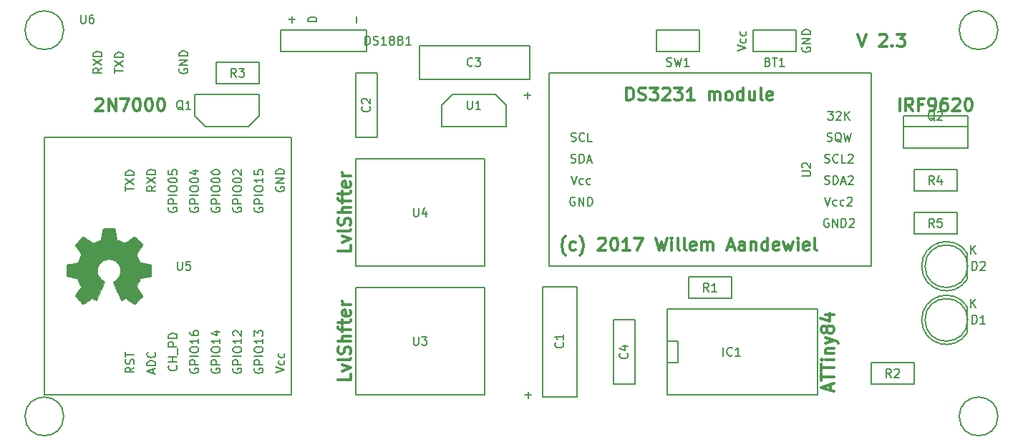
<source format=gbr>
G04 #@! TF.FileFunction,Legend,Top*
%FSLAX46Y46*%
G04 Gerber Fmt 4.6, Leading zero omitted, Abs format (unit mm)*
G04 Created by KiCad (PCBNEW 4.0.6) date Wednesday, 03 May 2017 'AMt' 11:52:44*
%MOMM*%
%LPD*%
G01*
G04 APERTURE LIST*
%ADD10C,0.100000*%
%ADD11C,0.300000*%
%ADD12C,0.150000*%
%ADD13C,0.002540*%
G04 APERTURE END LIST*
D10*
D11*
X186372858Y-82998571D02*
X186872858Y-84498571D01*
X187372858Y-82998571D01*
X188944286Y-83141429D02*
X189015715Y-83070000D01*
X189158572Y-82998571D01*
X189515715Y-82998571D01*
X189658572Y-83070000D01*
X189730001Y-83141429D01*
X189801429Y-83284286D01*
X189801429Y-83427143D01*
X189730001Y-83641429D01*
X188872858Y-84498571D01*
X189801429Y-84498571D01*
X190444286Y-84355714D02*
X190515714Y-84427143D01*
X190444286Y-84498571D01*
X190372857Y-84427143D01*
X190444286Y-84355714D01*
X190444286Y-84498571D01*
X191015715Y-82998571D02*
X191944286Y-82998571D01*
X191444286Y-83570000D01*
X191658572Y-83570000D01*
X191801429Y-83641429D01*
X191872858Y-83712857D01*
X191944286Y-83855714D01*
X191944286Y-84212857D01*
X191872858Y-84355714D01*
X191801429Y-84427143D01*
X191658572Y-84498571D01*
X191230000Y-84498571D01*
X191087143Y-84427143D01*
X191015715Y-84355714D01*
X191330001Y-92118571D02*
X191330001Y-90618571D01*
X192901430Y-92118571D02*
X192401430Y-91404286D01*
X192044287Y-92118571D02*
X192044287Y-90618571D01*
X192615715Y-90618571D01*
X192758573Y-90690000D01*
X192830001Y-90761429D01*
X192901430Y-90904286D01*
X192901430Y-91118571D01*
X192830001Y-91261429D01*
X192758573Y-91332857D01*
X192615715Y-91404286D01*
X192044287Y-91404286D01*
X194044287Y-91332857D02*
X193544287Y-91332857D01*
X193544287Y-92118571D02*
X193544287Y-90618571D01*
X194258573Y-90618571D01*
X194901429Y-92118571D02*
X195187144Y-92118571D01*
X195330001Y-92047143D01*
X195401429Y-91975714D01*
X195544287Y-91761429D01*
X195615715Y-91475714D01*
X195615715Y-90904286D01*
X195544287Y-90761429D01*
X195472858Y-90690000D01*
X195330001Y-90618571D01*
X195044287Y-90618571D01*
X194901429Y-90690000D01*
X194830001Y-90761429D01*
X194758572Y-90904286D01*
X194758572Y-91261429D01*
X194830001Y-91404286D01*
X194901429Y-91475714D01*
X195044287Y-91547143D01*
X195330001Y-91547143D01*
X195472858Y-91475714D01*
X195544287Y-91404286D01*
X195615715Y-91261429D01*
X196901429Y-90618571D02*
X196615715Y-90618571D01*
X196472858Y-90690000D01*
X196401429Y-90761429D01*
X196258572Y-90975714D01*
X196187143Y-91261429D01*
X196187143Y-91832857D01*
X196258572Y-91975714D01*
X196330000Y-92047143D01*
X196472858Y-92118571D01*
X196758572Y-92118571D01*
X196901429Y-92047143D01*
X196972858Y-91975714D01*
X197044286Y-91832857D01*
X197044286Y-91475714D01*
X196972858Y-91332857D01*
X196901429Y-91261429D01*
X196758572Y-91190000D01*
X196472858Y-91190000D01*
X196330000Y-91261429D01*
X196258572Y-91332857D01*
X196187143Y-91475714D01*
X197615714Y-90761429D02*
X197687143Y-90690000D01*
X197830000Y-90618571D01*
X198187143Y-90618571D01*
X198330000Y-90690000D01*
X198401429Y-90761429D01*
X198472857Y-90904286D01*
X198472857Y-91047143D01*
X198401429Y-91261429D01*
X197544286Y-92118571D01*
X198472857Y-92118571D01*
X199401428Y-90618571D02*
X199544285Y-90618571D01*
X199687142Y-90690000D01*
X199758571Y-90761429D01*
X199830000Y-90904286D01*
X199901428Y-91190000D01*
X199901428Y-91547143D01*
X199830000Y-91832857D01*
X199758571Y-91975714D01*
X199687142Y-92047143D01*
X199544285Y-92118571D01*
X199401428Y-92118571D01*
X199258571Y-92047143D01*
X199187142Y-91975714D01*
X199115714Y-91832857D01*
X199044285Y-91547143D01*
X199044285Y-91190000D01*
X199115714Y-90904286D01*
X199187142Y-90761429D01*
X199258571Y-90690000D01*
X199401428Y-90618571D01*
X96258572Y-90761429D02*
X96330001Y-90690000D01*
X96472858Y-90618571D01*
X96830001Y-90618571D01*
X96972858Y-90690000D01*
X97044287Y-90761429D01*
X97115715Y-90904286D01*
X97115715Y-91047143D01*
X97044287Y-91261429D01*
X96187144Y-92118571D01*
X97115715Y-92118571D01*
X97758572Y-92118571D02*
X97758572Y-90618571D01*
X98615715Y-92118571D01*
X98615715Y-90618571D01*
X99187144Y-90618571D02*
X100187144Y-90618571D01*
X99544287Y-92118571D01*
X101044286Y-90618571D02*
X101187143Y-90618571D01*
X101330000Y-90690000D01*
X101401429Y-90761429D01*
X101472858Y-90904286D01*
X101544286Y-91190000D01*
X101544286Y-91547143D01*
X101472858Y-91832857D01*
X101401429Y-91975714D01*
X101330000Y-92047143D01*
X101187143Y-92118571D01*
X101044286Y-92118571D01*
X100901429Y-92047143D01*
X100830000Y-91975714D01*
X100758572Y-91832857D01*
X100687143Y-91547143D01*
X100687143Y-91190000D01*
X100758572Y-90904286D01*
X100830000Y-90761429D01*
X100901429Y-90690000D01*
X101044286Y-90618571D01*
X102472857Y-90618571D02*
X102615714Y-90618571D01*
X102758571Y-90690000D01*
X102830000Y-90761429D01*
X102901429Y-90904286D01*
X102972857Y-91190000D01*
X102972857Y-91547143D01*
X102901429Y-91832857D01*
X102830000Y-91975714D01*
X102758571Y-92047143D01*
X102615714Y-92118571D01*
X102472857Y-92118571D01*
X102330000Y-92047143D01*
X102258571Y-91975714D01*
X102187143Y-91832857D01*
X102115714Y-91547143D01*
X102115714Y-91190000D01*
X102187143Y-90904286D01*
X102258571Y-90761429D01*
X102330000Y-90690000D01*
X102472857Y-90618571D01*
X103901428Y-90618571D02*
X104044285Y-90618571D01*
X104187142Y-90690000D01*
X104258571Y-90761429D01*
X104330000Y-90904286D01*
X104401428Y-91190000D01*
X104401428Y-91547143D01*
X104330000Y-91832857D01*
X104258571Y-91975714D01*
X104187142Y-92047143D01*
X104044285Y-92118571D01*
X103901428Y-92118571D01*
X103758571Y-92047143D01*
X103687142Y-91975714D01*
X103615714Y-91832857D01*
X103544285Y-91547143D01*
X103544285Y-91190000D01*
X103615714Y-90904286D01*
X103687142Y-90761429D01*
X103758571Y-90690000D01*
X103901428Y-90618571D01*
X159032859Y-90848571D02*
X159032859Y-89348571D01*
X159390002Y-89348571D01*
X159604287Y-89420000D01*
X159747145Y-89562857D01*
X159818573Y-89705714D01*
X159890002Y-89991429D01*
X159890002Y-90205714D01*
X159818573Y-90491429D01*
X159747145Y-90634286D01*
X159604287Y-90777143D01*
X159390002Y-90848571D01*
X159032859Y-90848571D01*
X160461430Y-90777143D02*
X160675716Y-90848571D01*
X161032859Y-90848571D01*
X161175716Y-90777143D01*
X161247145Y-90705714D01*
X161318573Y-90562857D01*
X161318573Y-90420000D01*
X161247145Y-90277143D01*
X161175716Y-90205714D01*
X161032859Y-90134286D01*
X160747145Y-90062857D01*
X160604287Y-89991429D01*
X160532859Y-89920000D01*
X160461430Y-89777143D01*
X160461430Y-89634286D01*
X160532859Y-89491429D01*
X160604287Y-89420000D01*
X160747145Y-89348571D01*
X161104287Y-89348571D01*
X161318573Y-89420000D01*
X161818573Y-89348571D02*
X162747144Y-89348571D01*
X162247144Y-89920000D01*
X162461430Y-89920000D01*
X162604287Y-89991429D01*
X162675716Y-90062857D01*
X162747144Y-90205714D01*
X162747144Y-90562857D01*
X162675716Y-90705714D01*
X162604287Y-90777143D01*
X162461430Y-90848571D01*
X162032858Y-90848571D01*
X161890001Y-90777143D01*
X161818573Y-90705714D01*
X163318572Y-89491429D02*
X163390001Y-89420000D01*
X163532858Y-89348571D01*
X163890001Y-89348571D01*
X164032858Y-89420000D01*
X164104287Y-89491429D01*
X164175715Y-89634286D01*
X164175715Y-89777143D01*
X164104287Y-89991429D01*
X163247144Y-90848571D01*
X164175715Y-90848571D01*
X164675715Y-89348571D02*
X165604286Y-89348571D01*
X165104286Y-89920000D01*
X165318572Y-89920000D01*
X165461429Y-89991429D01*
X165532858Y-90062857D01*
X165604286Y-90205714D01*
X165604286Y-90562857D01*
X165532858Y-90705714D01*
X165461429Y-90777143D01*
X165318572Y-90848571D01*
X164890000Y-90848571D01*
X164747143Y-90777143D01*
X164675715Y-90705714D01*
X167032857Y-90848571D02*
X166175714Y-90848571D01*
X166604286Y-90848571D02*
X166604286Y-89348571D01*
X166461429Y-89562857D01*
X166318571Y-89705714D01*
X166175714Y-89777143D01*
X168818571Y-90848571D02*
X168818571Y-89848571D01*
X168818571Y-89991429D02*
X168889999Y-89920000D01*
X169032857Y-89848571D01*
X169247142Y-89848571D01*
X169389999Y-89920000D01*
X169461428Y-90062857D01*
X169461428Y-90848571D01*
X169461428Y-90062857D02*
X169532857Y-89920000D01*
X169675714Y-89848571D01*
X169889999Y-89848571D01*
X170032857Y-89920000D01*
X170104285Y-90062857D01*
X170104285Y-90848571D01*
X171032857Y-90848571D02*
X170889999Y-90777143D01*
X170818571Y-90705714D01*
X170747142Y-90562857D01*
X170747142Y-90134286D01*
X170818571Y-89991429D01*
X170889999Y-89920000D01*
X171032857Y-89848571D01*
X171247142Y-89848571D01*
X171389999Y-89920000D01*
X171461428Y-89991429D01*
X171532857Y-90134286D01*
X171532857Y-90562857D01*
X171461428Y-90705714D01*
X171389999Y-90777143D01*
X171247142Y-90848571D01*
X171032857Y-90848571D01*
X172818571Y-90848571D02*
X172818571Y-89348571D01*
X172818571Y-90777143D02*
X172675714Y-90848571D01*
X172390000Y-90848571D01*
X172247142Y-90777143D01*
X172175714Y-90705714D01*
X172104285Y-90562857D01*
X172104285Y-90134286D01*
X172175714Y-89991429D01*
X172247142Y-89920000D01*
X172390000Y-89848571D01*
X172675714Y-89848571D01*
X172818571Y-89920000D01*
X174175714Y-89848571D02*
X174175714Y-90848571D01*
X173532857Y-89848571D02*
X173532857Y-90634286D01*
X173604285Y-90777143D01*
X173747143Y-90848571D01*
X173961428Y-90848571D01*
X174104285Y-90777143D01*
X174175714Y-90705714D01*
X175104286Y-90848571D02*
X174961428Y-90777143D01*
X174890000Y-90634286D01*
X174890000Y-89348571D01*
X176247142Y-90777143D02*
X176104285Y-90848571D01*
X175818571Y-90848571D01*
X175675714Y-90777143D01*
X175604285Y-90634286D01*
X175604285Y-90062857D01*
X175675714Y-89920000D01*
X175818571Y-89848571D01*
X176104285Y-89848571D01*
X176247142Y-89920000D01*
X176318571Y-90062857D01*
X176318571Y-90205714D01*
X175604285Y-90348571D01*
X126408571Y-107997142D02*
X126408571Y-108711428D01*
X124908571Y-108711428D01*
X125408571Y-107639999D02*
X126408571Y-107282856D01*
X125408571Y-106925714D01*
X126408571Y-106139999D02*
X126337143Y-106282857D01*
X126194286Y-106354285D01*
X124908571Y-106354285D01*
X126337143Y-105640000D02*
X126408571Y-105425714D01*
X126408571Y-105068571D01*
X126337143Y-104925714D01*
X126265714Y-104854285D01*
X126122857Y-104782857D01*
X125980000Y-104782857D01*
X125837143Y-104854285D01*
X125765714Y-104925714D01*
X125694286Y-105068571D01*
X125622857Y-105354285D01*
X125551429Y-105497143D01*
X125480000Y-105568571D01*
X125337143Y-105640000D01*
X125194286Y-105640000D01*
X125051429Y-105568571D01*
X124980000Y-105497143D01*
X124908571Y-105354285D01*
X124908571Y-104997143D01*
X124980000Y-104782857D01*
X126408571Y-104140000D02*
X124908571Y-104140000D01*
X126408571Y-103497143D02*
X125622857Y-103497143D01*
X125480000Y-103568572D01*
X125408571Y-103711429D01*
X125408571Y-103925714D01*
X125480000Y-104068572D01*
X125551429Y-104140000D01*
X125408571Y-102997143D02*
X125408571Y-102425714D01*
X126408571Y-102782857D02*
X125122857Y-102782857D01*
X124980000Y-102711429D01*
X124908571Y-102568571D01*
X124908571Y-102425714D01*
X125408571Y-102140000D02*
X125408571Y-101568571D01*
X124908571Y-101925714D02*
X126194286Y-101925714D01*
X126337143Y-101854286D01*
X126408571Y-101711428D01*
X126408571Y-101568571D01*
X126337143Y-100497143D02*
X126408571Y-100640000D01*
X126408571Y-100925714D01*
X126337143Y-101068571D01*
X126194286Y-101140000D01*
X125622857Y-101140000D01*
X125480000Y-101068571D01*
X125408571Y-100925714D01*
X125408571Y-100640000D01*
X125480000Y-100497143D01*
X125622857Y-100425714D01*
X125765714Y-100425714D01*
X125908571Y-101140000D01*
X126408571Y-99782857D02*
X125408571Y-99782857D01*
X125694286Y-99782857D02*
X125551429Y-99711429D01*
X125480000Y-99640000D01*
X125408571Y-99497143D01*
X125408571Y-99354286D01*
X126408571Y-123237142D02*
X126408571Y-123951428D01*
X124908571Y-123951428D01*
X125408571Y-122879999D02*
X126408571Y-122522856D01*
X125408571Y-122165714D01*
X126408571Y-121379999D02*
X126337143Y-121522857D01*
X126194286Y-121594285D01*
X124908571Y-121594285D01*
X126337143Y-120880000D02*
X126408571Y-120665714D01*
X126408571Y-120308571D01*
X126337143Y-120165714D01*
X126265714Y-120094285D01*
X126122857Y-120022857D01*
X125980000Y-120022857D01*
X125837143Y-120094285D01*
X125765714Y-120165714D01*
X125694286Y-120308571D01*
X125622857Y-120594285D01*
X125551429Y-120737143D01*
X125480000Y-120808571D01*
X125337143Y-120880000D01*
X125194286Y-120880000D01*
X125051429Y-120808571D01*
X124980000Y-120737143D01*
X124908571Y-120594285D01*
X124908571Y-120237143D01*
X124980000Y-120022857D01*
X126408571Y-119380000D02*
X124908571Y-119380000D01*
X126408571Y-118737143D02*
X125622857Y-118737143D01*
X125480000Y-118808572D01*
X125408571Y-118951429D01*
X125408571Y-119165714D01*
X125480000Y-119308572D01*
X125551429Y-119380000D01*
X125408571Y-118237143D02*
X125408571Y-117665714D01*
X126408571Y-118022857D02*
X125122857Y-118022857D01*
X124980000Y-117951429D01*
X124908571Y-117808571D01*
X124908571Y-117665714D01*
X125408571Y-117380000D02*
X125408571Y-116808571D01*
X124908571Y-117165714D02*
X126194286Y-117165714D01*
X126337143Y-117094286D01*
X126408571Y-116951428D01*
X126408571Y-116808571D01*
X126337143Y-115737143D02*
X126408571Y-115880000D01*
X126408571Y-116165714D01*
X126337143Y-116308571D01*
X126194286Y-116380000D01*
X125622857Y-116380000D01*
X125480000Y-116308571D01*
X125408571Y-116165714D01*
X125408571Y-115880000D01*
X125480000Y-115737143D01*
X125622857Y-115665714D01*
X125765714Y-115665714D01*
X125908571Y-116380000D01*
X126408571Y-115022857D02*
X125408571Y-115022857D01*
X125694286Y-115022857D02*
X125551429Y-114951429D01*
X125480000Y-114880000D01*
X125408571Y-114737143D01*
X125408571Y-114594286D01*
X183130000Y-125185714D02*
X183130000Y-124471428D01*
X183558571Y-125328571D02*
X182058571Y-124828571D01*
X183558571Y-124328571D01*
X182058571Y-124042857D02*
X182058571Y-123185714D01*
X183558571Y-123614285D02*
X182058571Y-123614285D01*
X182058571Y-122900000D02*
X182058571Y-122042857D01*
X183558571Y-122471428D02*
X182058571Y-122471428D01*
X183558571Y-121542857D02*
X182558571Y-121542857D01*
X182058571Y-121542857D02*
X182130000Y-121614286D01*
X182201429Y-121542857D01*
X182130000Y-121471429D01*
X182058571Y-121542857D01*
X182201429Y-121542857D01*
X182558571Y-120828571D02*
X183558571Y-120828571D01*
X182701429Y-120828571D02*
X182630000Y-120757143D01*
X182558571Y-120614285D01*
X182558571Y-120400000D01*
X182630000Y-120257143D01*
X182772857Y-120185714D01*
X183558571Y-120185714D01*
X182558571Y-119614285D02*
X183558571Y-119257142D01*
X182558571Y-118900000D02*
X183558571Y-119257142D01*
X183915714Y-119400000D01*
X183987143Y-119471428D01*
X184058571Y-119614285D01*
X182701429Y-118114285D02*
X182630000Y-118257143D01*
X182558571Y-118328571D01*
X182415714Y-118400000D01*
X182344286Y-118400000D01*
X182201429Y-118328571D01*
X182130000Y-118257143D01*
X182058571Y-118114285D01*
X182058571Y-117828571D01*
X182130000Y-117685714D01*
X182201429Y-117614285D01*
X182344286Y-117542857D01*
X182415714Y-117542857D01*
X182558571Y-117614285D01*
X182630000Y-117685714D01*
X182701429Y-117828571D01*
X182701429Y-118114285D01*
X182772857Y-118257143D01*
X182844286Y-118328571D01*
X182987143Y-118400000D01*
X183272857Y-118400000D01*
X183415714Y-118328571D01*
X183487143Y-118257143D01*
X183558571Y-118114285D01*
X183558571Y-117828571D01*
X183487143Y-117685714D01*
X183415714Y-117614285D01*
X183272857Y-117542857D01*
X182987143Y-117542857D01*
X182844286Y-117614285D01*
X182772857Y-117685714D01*
X182701429Y-117828571D01*
X182558571Y-116257143D02*
X183558571Y-116257143D01*
X181987143Y-116614286D02*
X183058571Y-116971429D01*
X183058571Y-116042857D01*
X151798573Y-109200000D02*
X151727145Y-109128571D01*
X151584288Y-108914286D01*
X151512859Y-108771429D01*
X151441430Y-108557143D01*
X151370002Y-108200000D01*
X151370002Y-107914286D01*
X151441430Y-107557143D01*
X151512859Y-107342857D01*
X151584288Y-107200000D01*
X151727145Y-106985714D01*
X151798573Y-106914286D01*
X153012859Y-108557143D02*
X152870002Y-108628571D01*
X152584288Y-108628571D01*
X152441430Y-108557143D01*
X152370002Y-108485714D01*
X152298573Y-108342857D01*
X152298573Y-107914286D01*
X152370002Y-107771429D01*
X152441430Y-107700000D01*
X152584288Y-107628571D01*
X152870002Y-107628571D01*
X153012859Y-107700000D01*
X153512859Y-109200000D02*
X153584287Y-109128571D01*
X153727144Y-108914286D01*
X153798573Y-108771429D01*
X153870002Y-108557143D01*
X153941430Y-108200000D01*
X153941430Y-107914286D01*
X153870002Y-107557143D01*
X153798573Y-107342857D01*
X153727144Y-107200000D01*
X153584287Y-106985714D01*
X153512859Y-106914286D01*
X155727144Y-107271429D02*
X155798573Y-107200000D01*
X155941430Y-107128571D01*
X156298573Y-107128571D01*
X156441430Y-107200000D01*
X156512859Y-107271429D01*
X156584287Y-107414286D01*
X156584287Y-107557143D01*
X156512859Y-107771429D01*
X155655716Y-108628571D01*
X156584287Y-108628571D01*
X157512858Y-107128571D02*
X157655715Y-107128571D01*
X157798572Y-107200000D01*
X157870001Y-107271429D01*
X157941430Y-107414286D01*
X158012858Y-107700000D01*
X158012858Y-108057143D01*
X157941430Y-108342857D01*
X157870001Y-108485714D01*
X157798572Y-108557143D01*
X157655715Y-108628571D01*
X157512858Y-108628571D01*
X157370001Y-108557143D01*
X157298572Y-108485714D01*
X157227144Y-108342857D01*
X157155715Y-108057143D01*
X157155715Y-107700000D01*
X157227144Y-107414286D01*
X157298572Y-107271429D01*
X157370001Y-107200000D01*
X157512858Y-107128571D01*
X159441429Y-108628571D02*
X158584286Y-108628571D01*
X159012858Y-108628571D02*
X159012858Y-107128571D01*
X158870001Y-107342857D01*
X158727143Y-107485714D01*
X158584286Y-107557143D01*
X159941429Y-107128571D02*
X160941429Y-107128571D01*
X160298572Y-108628571D01*
X162512857Y-107128571D02*
X162870000Y-108628571D01*
X163155714Y-107557143D01*
X163441428Y-108628571D01*
X163798571Y-107128571D01*
X164370000Y-108628571D02*
X164370000Y-107628571D01*
X164370000Y-107128571D02*
X164298571Y-107200000D01*
X164370000Y-107271429D01*
X164441428Y-107200000D01*
X164370000Y-107128571D01*
X164370000Y-107271429D01*
X165298572Y-108628571D02*
X165155714Y-108557143D01*
X165084286Y-108414286D01*
X165084286Y-107128571D01*
X166084286Y-108628571D02*
X165941428Y-108557143D01*
X165870000Y-108414286D01*
X165870000Y-107128571D01*
X167227142Y-108557143D02*
X167084285Y-108628571D01*
X166798571Y-108628571D01*
X166655714Y-108557143D01*
X166584285Y-108414286D01*
X166584285Y-107842857D01*
X166655714Y-107700000D01*
X166798571Y-107628571D01*
X167084285Y-107628571D01*
X167227142Y-107700000D01*
X167298571Y-107842857D01*
X167298571Y-107985714D01*
X166584285Y-108128571D01*
X167941428Y-108628571D02*
X167941428Y-107628571D01*
X167941428Y-107771429D02*
X168012856Y-107700000D01*
X168155714Y-107628571D01*
X168369999Y-107628571D01*
X168512856Y-107700000D01*
X168584285Y-107842857D01*
X168584285Y-108628571D01*
X168584285Y-107842857D02*
X168655714Y-107700000D01*
X168798571Y-107628571D01*
X169012856Y-107628571D01*
X169155714Y-107700000D01*
X169227142Y-107842857D01*
X169227142Y-108628571D01*
X171012856Y-108200000D02*
X171727142Y-108200000D01*
X170869999Y-108628571D02*
X171369999Y-107128571D01*
X171869999Y-108628571D01*
X173012856Y-108628571D02*
X173012856Y-107842857D01*
X172941427Y-107700000D01*
X172798570Y-107628571D01*
X172512856Y-107628571D01*
X172369999Y-107700000D01*
X173012856Y-108557143D02*
X172869999Y-108628571D01*
X172512856Y-108628571D01*
X172369999Y-108557143D01*
X172298570Y-108414286D01*
X172298570Y-108271429D01*
X172369999Y-108128571D01*
X172512856Y-108057143D01*
X172869999Y-108057143D01*
X173012856Y-107985714D01*
X173727142Y-107628571D02*
X173727142Y-108628571D01*
X173727142Y-107771429D02*
X173798570Y-107700000D01*
X173941428Y-107628571D01*
X174155713Y-107628571D01*
X174298570Y-107700000D01*
X174369999Y-107842857D01*
X174369999Y-108628571D01*
X175727142Y-108628571D02*
X175727142Y-107128571D01*
X175727142Y-108557143D02*
X175584285Y-108628571D01*
X175298571Y-108628571D01*
X175155713Y-108557143D01*
X175084285Y-108485714D01*
X175012856Y-108342857D01*
X175012856Y-107914286D01*
X175084285Y-107771429D01*
X175155713Y-107700000D01*
X175298571Y-107628571D01*
X175584285Y-107628571D01*
X175727142Y-107700000D01*
X177012856Y-108557143D02*
X176869999Y-108628571D01*
X176584285Y-108628571D01*
X176441428Y-108557143D01*
X176369999Y-108414286D01*
X176369999Y-107842857D01*
X176441428Y-107700000D01*
X176584285Y-107628571D01*
X176869999Y-107628571D01*
X177012856Y-107700000D01*
X177084285Y-107842857D01*
X177084285Y-107985714D01*
X176369999Y-108128571D01*
X177584285Y-107628571D02*
X177869999Y-108628571D01*
X178155713Y-107914286D01*
X178441428Y-108628571D01*
X178727142Y-107628571D01*
X179298571Y-108628571D02*
X179298571Y-107628571D01*
X179298571Y-107128571D02*
X179227142Y-107200000D01*
X179298571Y-107271429D01*
X179369999Y-107200000D01*
X179298571Y-107128571D01*
X179298571Y-107271429D01*
X180584285Y-108557143D02*
X180441428Y-108628571D01*
X180155714Y-108628571D01*
X180012857Y-108557143D01*
X179941428Y-108414286D01*
X179941428Y-107842857D01*
X180012857Y-107700000D01*
X180155714Y-107628571D01*
X180441428Y-107628571D01*
X180584285Y-107700000D01*
X180655714Y-107842857D01*
X180655714Y-107985714D01*
X179941428Y-108128571D01*
X181512857Y-108628571D02*
X181369999Y-108557143D01*
X181298571Y-108414286D01*
X181298571Y-107128571D01*
D12*
X187960000Y-110490000D02*
X187960000Y-87630000D01*
X149860000Y-110490000D02*
X149860000Y-87630000D01*
X187960000Y-110490000D02*
X149860000Y-110490000D01*
X187960000Y-87630000D02*
X149860000Y-87630000D01*
X179070000Y-82550000D02*
X179070000Y-85090000D01*
X173990000Y-82550000D02*
X173990000Y-85090000D01*
X173990000Y-85090000D02*
X179070000Y-85090000D01*
X173990000Y-82550000D02*
X179070000Y-82550000D01*
X149130000Y-125960000D02*
X149130000Y-112960000D01*
X149130000Y-112960000D02*
X153130000Y-112960000D01*
X153130000Y-112960000D02*
X153130000Y-125960000D01*
X153130000Y-125960000D02*
X149130000Y-125960000D01*
X129540000Y-87630000D02*
X129540000Y-95250000D01*
X127000000Y-95250000D02*
X129540000Y-95250000D01*
X129540000Y-87630000D02*
X127000000Y-87630000D01*
X129540000Y-95250000D02*
X129540000Y-87630000D01*
X127000000Y-95250000D02*
X127000000Y-87630000D01*
X127000000Y-87630000D02*
X127000000Y-95250000D01*
X147550000Y-88360000D02*
X134550000Y-88360000D01*
X134550000Y-88360000D02*
X134550000Y-84360000D01*
X134550000Y-84360000D02*
X147550000Y-84360000D01*
X147550000Y-84360000D02*
X147550000Y-88360000D01*
X160020000Y-116840000D02*
X160020000Y-124460000D01*
X157480000Y-124460000D02*
X160020000Y-124460000D01*
X160020000Y-116840000D02*
X157480000Y-116840000D01*
X160020000Y-124460000D02*
X160020000Y-116840000D01*
X157480000Y-124460000D02*
X157480000Y-116840000D01*
X157480000Y-116840000D02*
X157480000Y-124460000D01*
X199334888Y-115315096D02*
G75*
G03X199350000Y-118340000I-2484888J-1524904D01*
G01*
X199350000Y-115340000D02*
X199350000Y-118340000D01*
X199367936Y-116840000D02*
G75*
G03X199367936Y-116840000I-2517936J0D01*
G01*
X199334888Y-108965096D02*
G75*
G03X199350000Y-111990000I-2484888J-1524904D01*
G01*
X199350000Y-108990000D02*
X199350000Y-111990000D01*
X199367936Y-110490000D02*
G75*
G03X199367936Y-110490000I-2517936J0D01*
G01*
X118110000Y-82550000D02*
X118110000Y-85090000D01*
X128270000Y-82550000D02*
X128270000Y-85090000D01*
X118110000Y-85090000D02*
X128270000Y-85090000D01*
X118110000Y-82550000D02*
X128270000Y-82550000D01*
X165100000Y-121920000D02*
X165100000Y-119380000D01*
X163830000Y-119380000D02*
X165100000Y-119380000D01*
X163830000Y-121920000D02*
X165100000Y-121920000D01*
X165100000Y-121920000D02*
X163830000Y-121920000D01*
X163830000Y-125730000D02*
X163830000Y-115570000D01*
X181610000Y-115570000D02*
X163830000Y-115570000D01*
X181610000Y-125730000D02*
X181610000Y-115570000D01*
X163830000Y-125730000D02*
X181610000Y-125730000D01*
X109220000Y-93980000D02*
X107950000Y-92710000D01*
X114300000Y-93980000D02*
X109220000Y-93980000D01*
X115570000Y-92710000D02*
X114300000Y-93980000D01*
X115570000Y-90170000D02*
X115570000Y-92710000D01*
X107950000Y-90170000D02*
X107950000Y-92710000D01*
X107950000Y-92710000D02*
X107950000Y-90170000D01*
X115570000Y-90170000D02*
X107950000Y-90170000D01*
X107950000Y-90170000D02*
X115570000Y-90170000D01*
X191770000Y-92710000D02*
X199390000Y-92710000D01*
X199390000Y-93980000D02*
X199390000Y-92710000D01*
X191770000Y-93980000D02*
X191770000Y-92710000D01*
X191770000Y-93980000D02*
X199390000Y-93980000D01*
X191770000Y-93980000D02*
X191770000Y-96520000D01*
X191770000Y-96520000D02*
X191770000Y-93980000D01*
X199390000Y-96520000D02*
X199390000Y-93980000D01*
X191770000Y-96520000D02*
X199390000Y-96520000D01*
X191770000Y-96520000D02*
X199390000Y-96520000D01*
X199390000Y-96520000D02*
X191770000Y-96520000D01*
X171450000Y-114300000D02*
X166370000Y-114300000D01*
X166370000Y-114300000D02*
X166370000Y-111760000D01*
X166370000Y-111760000D02*
X171450000Y-111760000D01*
X171450000Y-111760000D02*
X171450000Y-114300000D01*
X193040000Y-124460000D02*
X187960000Y-124460000D01*
X187960000Y-124460000D02*
X187960000Y-121920000D01*
X187960000Y-121920000D02*
X193040000Y-121920000D01*
X193040000Y-121920000D02*
X193040000Y-124460000D01*
X115570000Y-88900000D02*
X110490000Y-88900000D01*
X110490000Y-88900000D02*
X110490000Y-86360000D01*
X110490000Y-86360000D02*
X115570000Y-86360000D01*
X115570000Y-86360000D02*
X115570000Y-88900000D01*
X198120000Y-101600000D02*
X193040000Y-101600000D01*
X193040000Y-101600000D02*
X193040000Y-99060000D01*
X193040000Y-99060000D02*
X198120000Y-99060000D01*
X198120000Y-99060000D02*
X198120000Y-101600000D01*
X198120000Y-106680000D02*
X193040000Y-106680000D01*
X193040000Y-106680000D02*
X193040000Y-104140000D01*
X193040000Y-104140000D02*
X198120000Y-104140000D01*
X198120000Y-104140000D02*
X198120000Y-106680000D01*
X167640000Y-82550000D02*
X167640000Y-85090000D01*
X162560000Y-82550000D02*
X162560000Y-85090000D01*
X167640000Y-82550000D02*
X162560000Y-82550000D01*
X167640000Y-85090000D02*
X167640000Y-82550000D01*
X162560000Y-85090000D02*
X167640000Y-85090000D01*
X143510000Y-90170000D02*
X144780000Y-91440000D01*
X138430000Y-90170000D02*
X143510000Y-90170000D01*
X137160000Y-91440000D02*
X138430000Y-90170000D01*
X137160000Y-93980000D02*
X137160000Y-91440000D01*
X144780000Y-93980000D02*
X144780000Y-91440000D01*
X144780000Y-91440000D02*
X144780000Y-93980000D01*
X137160000Y-93980000D02*
X144780000Y-93980000D01*
X144780000Y-93980000D02*
X137160000Y-93980000D01*
X127000000Y-125730000D02*
X142240000Y-125730000D01*
X142240000Y-125730000D02*
X142240000Y-113030000D01*
X127000000Y-125730000D02*
X142240000Y-125730000D01*
X127000000Y-125730000D02*
X142240000Y-125730000D01*
X142240000Y-125730000D02*
X142240000Y-113030000D01*
X142240000Y-113030000D02*
X127000000Y-113030000D01*
X127000000Y-125730000D02*
X127000000Y-113030000D01*
X127000000Y-113030000D02*
X127000000Y-125730000D01*
X127000000Y-110490000D02*
X142240000Y-110490000D01*
X142240000Y-110490000D02*
X142240000Y-97790000D01*
X127000000Y-110490000D02*
X142240000Y-110490000D01*
X127000000Y-110490000D02*
X142240000Y-110490000D01*
X142240000Y-110490000D02*
X142240000Y-97790000D01*
X142240000Y-97790000D02*
X127000000Y-97790000D01*
X127000000Y-110490000D02*
X127000000Y-97790000D01*
X127000000Y-97790000D02*
X127000000Y-110490000D01*
X90170000Y-125730000D02*
X90170000Y-95250000D01*
X119380000Y-125730000D02*
X119380000Y-95250000D01*
X90170000Y-125730000D02*
X119380000Y-125730000D01*
X90170000Y-95250000D02*
X119380000Y-95250000D01*
X119380000Y-95250000D02*
X90170000Y-95250000D01*
X119380000Y-125730000D02*
X119380000Y-95250000D01*
X202946000Y-82550000D02*
G75*
G03X202946000Y-82550000I-2286000J0D01*
G01*
X202946000Y-128270000D02*
G75*
G03X202946000Y-128270000I-2286000J0D01*
G01*
X92456000Y-82550000D02*
G75*
G03X92456000Y-82550000I-2286000J0D01*
G01*
X92456000Y-128270000D02*
G75*
G03X92456000Y-128270000I-2286000J0D01*
G01*
D13*
G36*
X94759780Y-114980720D02*
X94810580Y-114952780D01*
X94929960Y-114879120D01*
X95095060Y-114769900D01*
X95293180Y-114637820D01*
X95491300Y-114505740D01*
X95653860Y-114396520D01*
X95768160Y-114322860D01*
X95816420Y-114294920D01*
X95841820Y-114305080D01*
X95935800Y-114350800D01*
X96072960Y-114421920D01*
X96151700Y-114462560D01*
X96276160Y-114515900D01*
X96339660Y-114528600D01*
X96349820Y-114510820D01*
X96395540Y-114414300D01*
X96466660Y-114251740D01*
X96560640Y-114033300D01*
X96669860Y-113779300D01*
X96784160Y-113507520D01*
X96901000Y-113228120D01*
X97012760Y-112961420D01*
X97109280Y-112722660D01*
X97188020Y-112527080D01*
X97238820Y-112392460D01*
X97259140Y-112334040D01*
X97254060Y-112321340D01*
X97190560Y-112260380D01*
X97081340Y-112179100D01*
X96845120Y-111986060D01*
X96611440Y-111693960D01*
X96469200Y-111363760D01*
X96420940Y-110995460D01*
X96461580Y-110655100D01*
X96596200Y-110327440D01*
X96824800Y-110032800D01*
X97101660Y-109811820D01*
X97426780Y-109674660D01*
X97790000Y-109628940D01*
X98137980Y-109669580D01*
X98473260Y-109801660D01*
X98767900Y-110025180D01*
X98892360Y-110169960D01*
X99065080Y-110467140D01*
X99161600Y-110787180D01*
X99171760Y-110868460D01*
X99159060Y-111218980D01*
X99054920Y-111556800D01*
X98869500Y-111859060D01*
X98610420Y-112105440D01*
X98579940Y-112128300D01*
X98460560Y-112217200D01*
X98379280Y-112278160D01*
X98318320Y-112328960D01*
X98765360Y-113405920D01*
X98836480Y-113576100D01*
X98958400Y-113870740D01*
X99067620Y-114124740D01*
X99151440Y-114325400D01*
X99212400Y-114460020D01*
X99237800Y-114515900D01*
X99240340Y-114518440D01*
X99280980Y-114526060D01*
X99362260Y-114495580D01*
X99512120Y-114421920D01*
X99611180Y-114371120D01*
X99725480Y-114315240D01*
X99778820Y-114294920D01*
X99822000Y-114320320D01*
X99931220Y-114391440D01*
X100091240Y-114498120D01*
X100284280Y-114627660D01*
X100467160Y-114752120D01*
X100634800Y-114863880D01*
X100759260Y-114942620D01*
X100817680Y-114975640D01*
X100827840Y-114975640D01*
X100881180Y-114945160D01*
X100977700Y-114863880D01*
X101125020Y-114726720D01*
X101330760Y-114520980D01*
X101363780Y-114490500D01*
X101533960Y-114315240D01*
X101671120Y-114170460D01*
X101765100Y-114066320D01*
X101798120Y-114020600D01*
X101798120Y-114020600D01*
X101767640Y-113962180D01*
X101691440Y-113840260D01*
X101579680Y-113667540D01*
X101442520Y-113469420D01*
X101086920Y-112951260D01*
X101282500Y-112461040D01*
X101340920Y-112311180D01*
X101417120Y-112130840D01*
X101475540Y-112001300D01*
X101503480Y-111945420D01*
X101556820Y-111925100D01*
X101691440Y-111894620D01*
X101884480Y-111853980D01*
X102115620Y-111810800D01*
X102336600Y-111770160D01*
X102534720Y-111732060D01*
X102679500Y-111704120D01*
X102743000Y-111691420D01*
X102758240Y-111681260D01*
X102773480Y-111650780D01*
X102781100Y-111582200D01*
X102786180Y-111462820D01*
X102788720Y-111272320D01*
X102788720Y-110995460D01*
X102788720Y-110964980D01*
X102786180Y-110703360D01*
X102781100Y-110492540D01*
X102773480Y-110355380D01*
X102765860Y-110302040D01*
X102763320Y-110302040D01*
X102702360Y-110286800D01*
X102562660Y-110256320D01*
X102362000Y-110218220D01*
X102125780Y-110172500D01*
X102110540Y-110169960D01*
X101874320Y-110124240D01*
X101676200Y-110083600D01*
X101536500Y-110050580D01*
X101478080Y-110032800D01*
X101465380Y-110015020D01*
X101419660Y-109923580D01*
X101351080Y-109776260D01*
X101272340Y-109598460D01*
X101196140Y-109413040D01*
X101127560Y-109245400D01*
X101084380Y-109120940D01*
X101069140Y-109065060D01*
X101071680Y-109062520D01*
X101107240Y-109006640D01*
X101188520Y-108884720D01*
X101302820Y-108714540D01*
X101439980Y-108511340D01*
X101450140Y-108496100D01*
X101587300Y-108297980D01*
X101696520Y-108127800D01*
X101770180Y-108008420D01*
X101798120Y-107952540D01*
X101798120Y-107950000D01*
X101752400Y-107889040D01*
X101650800Y-107777280D01*
X101506020Y-107624880D01*
X101330760Y-107447080D01*
X101274880Y-107393740D01*
X101079300Y-107203240D01*
X100944680Y-107078780D01*
X100860860Y-107012740D01*
X100820220Y-106997500D01*
X100820220Y-107000040D01*
X100759260Y-107035600D01*
X100632260Y-107116880D01*
X100462080Y-107233720D01*
X100258880Y-107370880D01*
X100243640Y-107381040D01*
X100045520Y-107518200D01*
X99877880Y-107629960D01*
X99761040Y-107708700D01*
X99707700Y-107739180D01*
X99700080Y-107739180D01*
X99618800Y-107716320D01*
X99476560Y-107665520D01*
X99301300Y-107596940D01*
X99115880Y-107523280D01*
X98948240Y-107452160D01*
X98821240Y-107396280D01*
X98762820Y-107360720D01*
X98760280Y-107358180D01*
X98739960Y-107287060D01*
X98704400Y-107137200D01*
X98663760Y-106931460D01*
X98615500Y-106687620D01*
X98607880Y-106646980D01*
X98564700Y-106408220D01*
X98526600Y-106212640D01*
X98498660Y-106075480D01*
X98483420Y-106019600D01*
X98450400Y-106011980D01*
X98333560Y-106004360D01*
X98155760Y-105999280D01*
X97939860Y-105996740D01*
X97713800Y-105999280D01*
X97492820Y-106004360D01*
X97304860Y-106009440D01*
X97170240Y-106019600D01*
X97114360Y-106029760D01*
X97111820Y-106034840D01*
X97091500Y-106108500D01*
X97058480Y-106258360D01*
X97015300Y-106464100D01*
X96969580Y-106710480D01*
X96959420Y-106753660D01*
X96916240Y-106989880D01*
X96875600Y-107185460D01*
X96847660Y-107320080D01*
X96832420Y-107373420D01*
X96809560Y-107383580D01*
X96713040Y-107426760D01*
X96553020Y-107492800D01*
X96354900Y-107571540D01*
X95897700Y-107756960D01*
X95336360Y-107373420D01*
X95285560Y-107337860D01*
X95082360Y-107200700D01*
X94917260Y-107091480D01*
X94802960Y-107015280D01*
X94754700Y-106989880D01*
X94749620Y-106989880D01*
X94693740Y-107040680D01*
X94584520Y-107144820D01*
X94432120Y-107292140D01*
X94254320Y-107467400D01*
X94124780Y-107599480D01*
X93969840Y-107756960D01*
X93870780Y-107861100D01*
X93817440Y-107929680D01*
X93799660Y-107970320D01*
X93804740Y-107998260D01*
X93840300Y-108056680D01*
X93921580Y-108178600D01*
X94038420Y-108348780D01*
X94175580Y-108546900D01*
X94287340Y-108714540D01*
X94409260Y-108902500D01*
X94488000Y-109037120D01*
X94515940Y-109103160D01*
X94508320Y-109128560D01*
X94470220Y-109240320D01*
X94401640Y-109405420D01*
X94317820Y-109603540D01*
X94122240Y-110048040D01*
X93832680Y-110103920D01*
X93654880Y-110136940D01*
X93408500Y-110185200D01*
X93172280Y-110230920D01*
X92803980Y-110302040D01*
X92791280Y-111655860D01*
X92847160Y-111681260D01*
X92903040Y-111696500D01*
X93040200Y-111726980D01*
X93233240Y-111765080D01*
X93464380Y-111808260D01*
X93659960Y-111843820D01*
X93858080Y-111881920D01*
X94000320Y-111909860D01*
X94061280Y-111922560D01*
X94079060Y-111945420D01*
X94127320Y-112039400D01*
X94198440Y-112191800D01*
X94277180Y-112374680D01*
X94355920Y-112565180D01*
X94424500Y-112740440D01*
X94472760Y-112872520D01*
X94493080Y-112941100D01*
X94465140Y-112994440D01*
X94391480Y-113111280D01*
X94282260Y-113276380D01*
X94147640Y-113471960D01*
X94013020Y-113667540D01*
X93898720Y-113835180D01*
X93819980Y-113957100D01*
X93786960Y-114012980D01*
X93804740Y-114048540D01*
X93883480Y-114145060D01*
X94030800Y-114297460D01*
X94251780Y-114515900D01*
X94287340Y-114551460D01*
X94462600Y-114719100D01*
X94609920Y-114856260D01*
X94714060Y-114947700D01*
X94759780Y-114980720D01*
X94759780Y-114980720D01*
G37*
X94759780Y-114980720D02*
X94810580Y-114952780D01*
X94929960Y-114879120D01*
X95095060Y-114769900D01*
X95293180Y-114637820D01*
X95491300Y-114505740D01*
X95653860Y-114396520D01*
X95768160Y-114322860D01*
X95816420Y-114294920D01*
X95841820Y-114305080D01*
X95935800Y-114350800D01*
X96072960Y-114421920D01*
X96151700Y-114462560D01*
X96276160Y-114515900D01*
X96339660Y-114528600D01*
X96349820Y-114510820D01*
X96395540Y-114414300D01*
X96466660Y-114251740D01*
X96560640Y-114033300D01*
X96669860Y-113779300D01*
X96784160Y-113507520D01*
X96901000Y-113228120D01*
X97012760Y-112961420D01*
X97109280Y-112722660D01*
X97188020Y-112527080D01*
X97238820Y-112392460D01*
X97259140Y-112334040D01*
X97254060Y-112321340D01*
X97190560Y-112260380D01*
X97081340Y-112179100D01*
X96845120Y-111986060D01*
X96611440Y-111693960D01*
X96469200Y-111363760D01*
X96420940Y-110995460D01*
X96461580Y-110655100D01*
X96596200Y-110327440D01*
X96824800Y-110032800D01*
X97101660Y-109811820D01*
X97426780Y-109674660D01*
X97790000Y-109628940D01*
X98137980Y-109669580D01*
X98473260Y-109801660D01*
X98767900Y-110025180D01*
X98892360Y-110169960D01*
X99065080Y-110467140D01*
X99161600Y-110787180D01*
X99171760Y-110868460D01*
X99159060Y-111218980D01*
X99054920Y-111556800D01*
X98869500Y-111859060D01*
X98610420Y-112105440D01*
X98579940Y-112128300D01*
X98460560Y-112217200D01*
X98379280Y-112278160D01*
X98318320Y-112328960D01*
X98765360Y-113405920D01*
X98836480Y-113576100D01*
X98958400Y-113870740D01*
X99067620Y-114124740D01*
X99151440Y-114325400D01*
X99212400Y-114460020D01*
X99237800Y-114515900D01*
X99240340Y-114518440D01*
X99280980Y-114526060D01*
X99362260Y-114495580D01*
X99512120Y-114421920D01*
X99611180Y-114371120D01*
X99725480Y-114315240D01*
X99778820Y-114294920D01*
X99822000Y-114320320D01*
X99931220Y-114391440D01*
X100091240Y-114498120D01*
X100284280Y-114627660D01*
X100467160Y-114752120D01*
X100634800Y-114863880D01*
X100759260Y-114942620D01*
X100817680Y-114975640D01*
X100827840Y-114975640D01*
X100881180Y-114945160D01*
X100977700Y-114863880D01*
X101125020Y-114726720D01*
X101330760Y-114520980D01*
X101363780Y-114490500D01*
X101533960Y-114315240D01*
X101671120Y-114170460D01*
X101765100Y-114066320D01*
X101798120Y-114020600D01*
X101798120Y-114020600D01*
X101767640Y-113962180D01*
X101691440Y-113840260D01*
X101579680Y-113667540D01*
X101442520Y-113469420D01*
X101086920Y-112951260D01*
X101282500Y-112461040D01*
X101340920Y-112311180D01*
X101417120Y-112130840D01*
X101475540Y-112001300D01*
X101503480Y-111945420D01*
X101556820Y-111925100D01*
X101691440Y-111894620D01*
X101884480Y-111853980D01*
X102115620Y-111810800D01*
X102336600Y-111770160D01*
X102534720Y-111732060D01*
X102679500Y-111704120D01*
X102743000Y-111691420D01*
X102758240Y-111681260D01*
X102773480Y-111650780D01*
X102781100Y-111582200D01*
X102786180Y-111462820D01*
X102788720Y-111272320D01*
X102788720Y-110995460D01*
X102788720Y-110964980D01*
X102786180Y-110703360D01*
X102781100Y-110492540D01*
X102773480Y-110355380D01*
X102765860Y-110302040D01*
X102763320Y-110302040D01*
X102702360Y-110286800D01*
X102562660Y-110256320D01*
X102362000Y-110218220D01*
X102125780Y-110172500D01*
X102110540Y-110169960D01*
X101874320Y-110124240D01*
X101676200Y-110083600D01*
X101536500Y-110050580D01*
X101478080Y-110032800D01*
X101465380Y-110015020D01*
X101419660Y-109923580D01*
X101351080Y-109776260D01*
X101272340Y-109598460D01*
X101196140Y-109413040D01*
X101127560Y-109245400D01*
X101084380Y-109120940D01*
X101069140Y-109065060D01*
X101071680Y-109062520D01*
X101107240Y-109006640D01*
X101188520Y-108884720D01*
X101302820Y-108714540D01*
X101439980Y-108511340D01*
X101450140Y-108496100D01*
X101587300Y-108297980D01*
X101696520Y-108127800D01*
X101770180Y-108008420D01*
X101798120Y-107952540D01*
X101798120Y-107950000D01*
X101752400Y-107889040D01*
X101650800Y-107777280D01*
X101506020Y-107624880D01*
X101330760Y-107447080D01*
X101274880Y-107393740D01*
X101079300Y-107203240D01*
X100944680Y-107078780D01*
X100860860Y-107012740D01*
X100820220Y-106997500D01*
X100820220Y-107000040D01*
X100759260Y-107035600D01*
X100632260Y-107116880D01*
X100462080Y-107233720D01*
X100258880Y-107370880D01*
X100243640Y-107381040D01*
X100045520Y-107518200D01*
X99877880Y-107629960D01*
X99761040Y-107708700D01*
X99707700Y-107739180D01*
X99700080Y-107739180D01*
X99618800Y-107716320D01*
X99476560Y-107665520D01*
X99301300Y-107596940D01*
X99115880Y-107523280D01*
X98948240Y-107452160D01*
X98821240Y-107396280D01*
X98762820Y-107360720D01*
X98760280Y-107358180D01*
X98739960Y-107287060D01*
X98704400Y-107137200D01*
X98663760Y-106931460D01*
X98615500Y-106687620D01*
X98607880Y-106646980D01*
X98564700Y-106408220D01*
X98526600Y-106212640D01*
X98498660Y-106075480D01*
X98483420Y-106019600D01*
X98450400Y-106011980D01*
X98333560Y-106004360D01*
X98155760Y-105999280D01*
X97939860Y-105996740D01*
X97713800Y-105999280D01*
X97492820Y-106004360D01*
X97304860Y-106009440D01*
X97170240Y-106019600D01*
X97114360Y-106029760D01*
X97111820Y-106034840D01*
X97091500Y-106108500D01*
X97058480Y-106258360D01*
X97015300Y-106464100D01*
X96969580Y-106710480D01*
X96959420Y-106753660D01*
X96916240Y-106989880D01*
X96875600Y-107185460D01*
X96847660Y-107320080D01*
X96832420Y-107373420D01*
X96809560Y-107383580D01*
X96713040Y-107426760D01*
X96553020Y-107492800D01*
X96354900Y-107571540D01*
X95897700Y-107756960D01*
X95336360Y-107373420D01*
X95285560Y-107337860D01*
X95082360Y-107200700D01*
X94917260Y-107091480D01*
X94802960Y-107015280D01*
X94754700Y-106989880D01*
X94749620Y-106989880D01*
X94693740Y-107040680D01*
X94584520Y-107144820D01*
X94432120Y-107292140D01*
X94254320Y-107467400D01*
X94124780Y-107599480D01*
X93969840Y-107756960D01*
X93870780Y-107861100D01*
X93817440Y-107929680D01*
X93799660Y-107970320D01*
X93804740Y-107998260D01*
X93840300Y-108056680D01*
X93921580Y-108178600D01*
X94038420Y-108348780D01*
X94175580Y-108546900D01*
X94287340Y-108714540D01*
X94409260Y-108902500D01*
X94488000Y-109037120D01*
X94515940Y-109103160D01*
X94508320Y-109128560D01*
X94470220Y-109240320D01*
X94401640Y-109405420D01*
X94317820Y-109603540D01*
X94122240Y-110048040D01*
X93832680Y-110103920D01*
X93654880Y-110136940D01*
X93408500Y-110185200D01*
X93172280Y-110230920D01*
X92803980Y-110302040D01*
X92791280Y-111655860D01*
X92847160Y-111681260D01*
X92903040Y-111696500D01*
X93040200Y-111726980D01*
X93233240Y-111765080D01*
X93464380Y-111808260D01*
X93659960Y-111843820D01*
X93858080Y-111881920D01*
X94000320Y-111909860D01*
X94061280Y-111922560D01*
X94079060Y-111945420D01*
X94127320Y-112039400D01*
X94198440Y-112191800D01*
X94277180Y-112374680D01*
X94355920Y-112565180D01*
X94424500Y-112740440D01*
X94472760Y-112872520D01*
X94493080Y-112941100D01*
X94465140Y-112994440D01*
X94391480Y-113111280D01*
X94282260Y-113276380D01*
X94147640Y-113471960D01*
X94013020Y-113667540D01*
X93898720Y-113835180D01*
X93819980Y-113957100D01*
X93786960Y-114012980D01*
X93804740Y-114048540D01*
X93883480Y-114145060D01*
X94030800Y-114297460D01*
X94251780Y-114515900D01*
X94287340Y-114551460D01*
X94462600Y-114719100D01*
X94609920Y-114856260D01*
X94714060Y-114947700D01*
X94759780Y-114980720D01*
D12*
X179792381Y-99821905D02*
X180601905Y-99821905D01*
X180697143Y-99774286D01*
X180744762Y-99726667D01*
X180792381Y-99631429D01*
X180792381Y-99440952D01*
X180744762Y-99345714D01*
X180697143Y-99298095D01*
X180601905Y-99250476D01*
X179792381Y-99250476D01*
X179887619Y-98821905D02*
X179840000Y-98774286D01*
X179792381Y-98679048D01*
X179792381Y-98440952D01*
X179840000Y-98345714D01*
X179887619Y-98298095D01*
X179982857Y-98250476D01*
X180078095Y-98250476D01*
X180220952Y-98298095D01*
X180792381Y-98869524D01*
X180792381Y-98250476D01*
X182840476Y-92162381D02*
X183459524Y-92162381D01*
X183126190Y-92543333D01*
X183269048Y-92543333D01*
X183364286Y-92590952D01*
X183411905Y-92638571D01*
X183459524Y-92733810D01*
X183459524Y-92971905D01*
X183411905Y-93067143D01*
X183364286Y-93114762D01*
X183269048Y-93162381D01*
X182983333Y-93162381D01*
X182888095Y-93114762D01*
X182840476Y-93067143D01*
X183840476Y-92257619D02*
X183888095Y-92210000D01*
X183983333Y-92162381D01*
X184221429Y-92162381D01*
X184316667Y-92210000D01*
X184364286Y-92257619D01*
X184411905Y-92352857D01*
X184411905Y-92448095D01*
X184364286Y-92590952D01*
X183792857Y-93162381D01*
X184411905Y-93162381D01*
X184840476Y-93162381D02*
X184840476Y-92162381D01*
X185411905Y-93162381D02*
X184983333Y-92590952D01*
X185411905Y-92162381D02*
X184840476Y-92733810D01*
X182769048Y-95654762D02*
X182911905Y-95702381D01*
X183150001Y-95702381D01*
X183245239Y-95654762D01*
X183292858Y-95607143D01*
X183340477Y-95511905D01*
X183340477Y-95416667D01*
X183292858Y-95321429D01*
X183245239Y-95273810D01*
X183150001Y-95226190D01*
X182959524Y-95178571D01*
X182864286Y-95130952D01*
X182816667Y-95083333D01*
X182769048Y-94988095D01*
X182769048Y-94892857D01*
X182816667Y-94797619D01*
X182864286Y-94750000D01*
X182959524Y-94702381D01*
X183197620Y-94702381D01*
X183340477Y-94750000D01*
X184435715Y-95797619D02*
X184340477Y-95750000D01*
X184245239Y-95654762D01*
X184102382Y-95511905D01*
X184007143Y-95464286D01*
X183911905Y-95464286D01*
X183959524Y-95702381D02*
X183864286Y-95654762D01*
X183769048Y-95559524D01*
X183721429Y-95369048D01*
X183721429Y-95035714D01*
X183769048Y-94845238D01*
X183864286Y-94750000D01*
X183959524Y-94702381D01*
X184150001Y-94702381D01*
X184245239Y-94750000D01*
X184340477Y-94845238D01*
X184388096Y-95035714D01*
X184388096Y-95369048D01*
X184340477Y-95559524D01*
X184245239Y-95654762D01*
X184150001Y-95702381D01*
X183959524Y-95702381D01*
X184721429Y-94702381D02*
X184959524Y-95702381D01*
X185150001Y-94988095D01*
X185340477Y-95702381D01*
X185578572Y-94702381D01*
X182483333Y-98194762D02*
X182626190Y-98242381D01*
X182864286Y-98242381D01*
X182959524Y-98194762D01*
X183007143Y-98147143D01*
X183054762Y-98051905D01*
X183054762Y-97956667D01*
X183007143Y-97861429D01*
X182959524Y-97813810D01*
X182864286Y-97766190D01*
X182673809Y-97718571D01*
X182578571Y-97670952D01*
X182530952Y-97623333D01*
X182483333Y-97528095D01*
X182483333Y-97432857D01*
X182530952Y-97337619D01*
X182578571Y-97290000D01*
X182673809Y-97242381D01*
X182911905Y-97242381D01*
X183054762Y-97290000D01*
X184054762Y-98147143D02*
X184007143Y-98194762D01*
X183864286Y-98242381D01*
X183769048Y-98242381D01*
X183626190Y-98194762D01*
X183530952Y-98099524D01*
X183483333Y-98004286D01*
X183435714Y-97813810D01*
X183435714Y-97670952D01*
X183483333Y-97480476D01*
X183530952Y-97385238D01*
X183626190Y-97290000D01*
X183769048Y-97242381D01*
X183864286Y-97242381D01*
X184007143Y-97290000D01*
X184054762Y-97337619D01*
X184959524Y-98242381D02*
X184483333Y-98242381D01*
X184483333Y-97242381D01*
X185245238Y-97337619D02*
X185292857Y-97290000D01*
X185388095Y-97242381D01*
X185626191Y-97242381D01*
X185721429Y-97290000D01*
X185769048Y-97337619D01*
X185816667Y-97432857D01*
X185816667Y-97528095D01*
X185769048Y-97670952D01*
X185197619Y-98242381D01*
X185816667Y-98242381D01*
X182459524Y-100734762D02*
X182602381Y-100782381D01*
X182840477Y-100782381D01*
X182935715Y-100734762D01*
X182983334Y-100687143D01*
X183030953Y-100591905D01*
X183030953Y-100496667D01*
X182983334Y-100401429D01*
X182935715Y-100353810D01*
X182840477Y-100306190D01*
X182650000Y-100258571D01*
X182554762Y-100210952D01*
X182507143Y-100163333D01*
X182459524Y-100068095D01*
X182459524Y-99972857D01*
X182507143Y-99877619D01*
X182554762Y-99830000D01*
X182650000Y-99782381D01*
X182888096Y-99782381D01*
X183030953Y-99830000D01*
X183459524Y-100782381D02*
X183459524Y-99782381D01*
X183697619Y-99782381D01*
X183840477Y-99830000D01*
X183935715Y-99925238D01*
X183983334Y-100020476D01*
X184030953Y-100210952D01*
X184030953Y-100353810D01*
X183983334Y-100544286D01*
X183935715Y-100639524D01*
X183840477Y-100734762D01*
X183697619Y-100782381D01*
X183459524Y-100782381D01*
X184411905Y-100496667D02*
X184888096Y-100496667D01*
X184316667Y-100782381D02*
X184650000Y-99782381D01*
X184983334Y-100782381D01*
X185269048Y-99877619D02*
X185316667Y-99830000D01*
X185411905Y-99782381D01*
X185650001Y-99782381D01*
X185745239Y-99830000D01*
X185792858Y-99877619D01*
X185840477Y-99972857D01*
X185840477Y-100068095D01*
X185792858Y-100210952D01*
X185221429Y-100782381D01*
X185840477Y-100782381D01*
X182483333Y-102322381D02*
X182816666Y-103322381D01*
X183150000Y-102322381D01*
X183911905Y-103274762D02*
X183816667Y-103322381D01*
X183626190Y-103322381D01*
X183530952Y-103274762D01*
X183483333Y-103227143D01*
X183435714Y-103131905D01*
X183435714Y-102846190D01*
X183483333Y-102750952D01*
X183530952Y-102703333D01*
X183626190Y-102655714D01*
X183816667Y-102655714D01*
X183911905Y-102703333D01*
X184769048Y-103274762D02*
X184673810Y-103322381D01*
X184483333Y-103322381D01*
X184388095Y-103274762D01*
X184340476Y-103227143D01*
X184292857Y-103131905D01*
X184292857Y-102846190D01*
X184340476Y-102750952D01*
X184388095Y-102703333D01*
X184483333Y-102655714D01*
X184673810Y-102655714D01*
X184769048Y-102703333D01*
X185150000Y-102417619D02*
X185197619Y-102370000D01*
X185292857Y-102322381D01*
X185530953Y-102322381D01*
X185626191Y-102370000D01*
X185673810Y-102417619D01*
X185721429Y-102512857D01*
X185721429Y-102608095D01*
X185673810Y-102750952D01*
X185102381Y-103322381D01*
X185721429Y-103322381D01*
X182911905Y-104910000D02*
X182816667Y-104862381D01*
X182673810Y-104862381D01*
X182530952Y-104910000D01*
X182435714Y-105005238D01*
X182388095Y-105100476D01*
X182340476Y-105290952D01*
X182340476Y-105433810D01*
X182388095Y-105624286D01*
X182435714Y-105719524D01*
X182530952Y-105814762D01*
X182673810Y-105862381D01*
X182769048Y-105862381D01*
X182911905Y-105814762D01*
X182959524Y-105767143D01*
X182959524Y-105433810D01*
X182769048Y-105433810D01*
X183388095Y-105862381D02*
X183388095Y-104862381D01*
X183959524Y-105862381D01*
X183959524Y-104862381D01*
X184435714Y-105862381D02*
X184435714Y-104862381D01*
X184673809Y-104862381D01*
X184816667Y-104910000D01*
X184911905Y-105005238D01*
X184959524Y-105100476D01*
X185007143Y-105290952D01*
X185007143Y-105433810D01*
X184959524Y-105624286D01*
X184911905Y-105719524D01*
X184816667Y-105814762D01*
X184673809Y-105862381D01*
X184435714Y-105862381D01*
X185388095Y-104957619D02*
X185435714Y-104910000D01*
X185530952Y-104862381D01*
X185769048Y-104862381D01*
X185864286Y-104910000D01*
X185911905Y-104957619D01*
X185959524Y-105052857D01*
X185959524Y-105148095D01*
X185911905Y-105290952D01*
X185340476Y-105862381D01*
X185959524Y-105862381D01*
X152479524Y-95654762D02*
X152622381Y-95702381D01*
X152860477Y-95702381D01*
X152955715Y-95654762D01*
X153003334Y-95607143D01*
X153050953Y-95511905D01*
X153050953Y-95416667D01*
X153003334Y-95321429D01*
X152955715Y-95273810D01*
X152860477Y-95226190D01*
X152670000Y-95178571D01*
X152574762Y-95130952D01*
X152527143Y-95083333D01*
X152479524Y-94988095D01*
X152479524Y-94892857D01*
X152527143Y-94797619D01*
X152574762Y-94750000D01*
X152670000Y-94702381D01*
X152908096Y-94702381D01*
X153050953Y-94750000D01*
X154050953Y-95607143D02*
X154003334Y-95654762D01*
X153860477Y-95702381D01*
X153765239Y-95702381D01*
X153622381Y-95654762D01*
X153527143Y-95559524D01*
X153479524Y-95464286D01*
X153431905Y-95273810D01*
X153431905Y-95130952D01*
X153479524Y-94940476D01*
X153527143Y-94845238D01*
X153622381Y-94750000D01*
X153765239Y-94702381D01*
X153860477Y-94702381D01*
X154003334Y-94750000D01*
X154050953Y-94797619D01*
X154955715Y-95702381D02*
X154479524Y-95702381D01*
X154479524Y-94702381D01*
X152455714Y-98194762D02*
X152598571Y-98242381D01*
X152836667Y-98242381D01*
X152931905Y-98194762D01*
X152979524Y-98147143D01*
X153027143Y-98051905D01*
X153027143Y-97956667D01*
X152979524Y-97861429D01*
X152931905Y-97813810D01*
X152836667Y-97766190D01*
X152646190Y-97718571D01*
X152550952Y-97670952D01*
X152503333Y-97623333D01*
X152455714Y-97528095D01*
X152455714Y-97432857D01*
X152503333Y-97337619D01*
X152550952Y-97290000D01*
X152646190Y-97242381D01*
X152884286Y-97242381D01*
X153027143Y-97290000D01*
X153455714Y-98242381D02*
X153455714Y-97242381D01*
X153693809Y-97242381D01*
X153836667Y-97290000D01*
X153931905Y-97385238D01*
X153979524Y-97480476D01*
X154027143Y-97670952D01*
X154027143Y-97813810D01*
X153979524Y-98004286D01*
X153931905Y-98099524D01*
X153836667Y-98194762D01*
X153693809Y-98242381D01*
X153455714Y-98242381D01*
X154408095Y-97956667D02*
X154884286Y-97956667D01*
X154312857Y-98242381D02*
X154646190Y-97242381D01*
X154979524Y-98242381D01*
X152479524Y-99782381D02*
X152812857Y-100782381D01*
X153146191Y-99782381D01*
X153908096Y-100734762D02*
X153812858Y-100782381D01*
X153622381Y-100782381D01*
X153527143Y-100734762D01*
X153479524Y-100687143D01*
X153431905Y-100591905D01*
X153431905Y-100306190D01*
X153479524Y-100210952D01*
X153527143Y-100163333D01*
X153622381Y-100115714D01*
X153812858Y-100115714D01*
X153908096Y-100163333D01*
X154765239Y-100734762D02*
X154670001Y-100782381D01*
X154479524Y-100782381D01*
X154384286Y-100734762D01*
X154336667Y-100687143D01*
X154289048Y-100591905D01*
X154289048Y-100306190D01*
X154336667Y-100210952D01*
X154384286Y-100163333D01*
X154479524Y-100115714D01*
X154670001Y-100115714D01*
X154765239Y-100163333D01*
X152908096Y-102370000D02*
X152812858Y-102322381D01*
X152670001Y-102322381D01*
X152527143Y-102370000D01*
X152431905Y-102465238D01*
X152384286Y-102560476D01*
X152336667Y-102750952D01*
X152336667Y-102893810D01*
X152384286Y-103084286D01*
X152431905Y-103179524D01*
X152527143Y-103274762D01*
X152670001Y-103322381D01*
X152765239Y-103322381D01*
X152908096Y-103274762D01*
X152955715Y-103227143D01*
X152955715Y-102893810D01*
X152765239Y-102893810D01*
X153384286Y-103322381D02*
X153384286Y-102322381D01*
X153955715Y-103322381D01*
X153955715Y-102322381D01*
X154431905Y-103322381D02*
X154431905Y-102322381D01*
X154670000Y-102322381D01*
X154812858Y-102370000D01*
X154908096Y-102465238D01*
X154955715Y-102560476D01*
X155003334Y-102750952D01*
X155003334Y-102893810D01*
X154955715Y-103084286D01*
X154908096Y-103179524D01*
X154812858Y-103274762D01*
X154670000Y-103322381D01*
X154431905Y-103322381D01*
X175744286Y-86288571D02*
X175887143Y-86336190D01*
X175934762Y-86383810D01*
X175982381Y-86479048D01*
X175982381Y-86621905D01*
X175934762Y-86717143D01*
X175887143Y-86764762D01*
X175791905Y-86812381D01*
X175410952Y-86812381D01*
X175410952Y-85812381D01*
X175744286Y-85812381D01*
X175839524Y-85860000D01*
X175887143Y-85907619D01*
X175934762Y-86002857D01*
X175934762Y-86098095D01*
X175887143Y-86193333D01*
X175839524Y-86240952D01*
X175744286Y-86288571D01*
X175410952Y-86288571D01*
X176268095Y-85812381D02*
X176839524Y-85812381D01*
X176553809Y-86812381D02*
X176553809Y-85812381D01*
X177696667Y-86812381D02*
X177125238Y-86812381D01*
X177410952Y-86812381D02*
X177410952Y-85812381D01*
X177315714Y-85955238D01*
X177220476Y-86050476D01*
X177125238Y-86098095D01*
X179840000Y-84581904D02*
X179792381Y-84677142D01*
X179792381Y-84819999D01*
X179840000Y-84962857D01*
X179935238Y-85058095D01*
X180030476Y-85105714D01*
X180220952Y-85153333D01*
X180363810Y-85153333D01*
X180554286Y-85105714D01*
X180649524Y-85058095D01*
X180744762Y-84962857D01*
X180792381Y-84819999D01*
X180792381Y-84724761D01*
X180744762Y-84581904D01*
X180697143Y-84534285D01*
X180363810Y-84534285D01*
X180363810Y-84724761D01*
X180792381Y-84105714D02*
X179792381Y-84105714D01*
X180792381Y-83534285D01*
X179792381Y-83534285D01*
X180792381Y-83058095D02*
X179792381Y-83058095D01*
X179792381Y-82820000D01*
X179840000Y-82677142D01*
X179935238Y-82581904D01*
X180030476Y-82534285D01*
X180220952Y-82486666D01*
X180363810Y-82486666D01*
X180554286Y-82534285D01*
X180649524Y-82581904D01*
X180744762Y-82677142D01*
X180792381Y-82820000D01*
X180792381Y-83058095D01*
X172172381Y-85010476D02*
X173172381Y-84677143D01*
X172172381Y-84343809D01*
X173124762Y-83581904D02*
X173172381Y-83677142D01*
X173172381Y-83867619D01*
X173124762Y-83962857D01*
X173077143Y-84010476D01*
X172981905Y-84058095D01*
X172696190Y-84058095D01*
X172600952Y-84010476D01*
X172553333Y-83962857D01*
X172505714Y-83867619D01*
X172505714Y-83677142D01*
X172553333Y-83581904D01*
X173124762Y-82724761D02*
X173172381Y-82819999D01*
X173172381Y-83010476D01*
X173124762Y-83105714D01*
X173077143Y-83153333D01*
X172981905Y-83200952D01*
X172696190Y-83200952D01*
X172600952Y-83153333D01*
X172553333Y-83105714D01*
X172505714Y-83010476D01*
X172505714Y-82819999D01*
X172553333Y-82724761D01*
X151487143Y-119546666D02*
X151534762Y-119594285D01*
X151582381Y-119737142D01*
X151582381Y-119832380D01*
X151534762Y-119975238D01*
X151439524Y-120070476D01*
X151344286Y-120118095D01*
X151153810Y-120165714D01*
X151010952Y-120165714D01*
X150820476Y-120118095D01*
X150725238Y-120070476D01*
X150630000Y-119975238D01*
X150582381Y-119832380D01*
X150582381Y-119737142D01*
X150630000Y-119594285D01*
X150677619Y-119546666D01*
X151582381Y-118594285D02*
X151582381Y-119165714D01*
X151582381Y-118880000D02*
X150582381Y-118880000D01*
X150725238Y-118975238D01*
X150820476Y-119070476D01*
X150868095Y-119165714D01*
X147391429Y-126110952D02*
X147391429Y-125349047D01*
X147772381Y-125729999D02*
X147010476Y-125729999D01*
X128627143Y-91606666D02*
X128674762Y-91654285D01*
X128722381Y-91797142D01*
X128722381Y-91892380D01*
X128674762Y-92035238D01*
X128579524Y-92130476D01*
X128484286Y-92178095D01*
X128293810Y-92225714D01*
X128150952Y-92225714D01*
X127960476Y-92178095D01*
X127865238Y-92130476D01*
X127770000Y-92035238D01*
X127722381Y-91892380D01*
X127722381Y-91797142D01*
X127770000Y-91654285D01*
X127817619Y-91606666D01*
X127817619Y-91225714D02*
X127770000Y-91178095D01*
X127722381Y-91082857D01*
X127722381Y-90844761D01*
X127770000Y-90749523D01*
X127817619Y-90701904D01*
X127912857Y-90654285D01*
X128008095Y-90654285D01*
X128150952Y-90701904D01*
X128722381Y-91273333D01*
X128722381Y-90654285D01*
X140803334Y-86717143D02*
X140755715Y-86764762D01*
X140612858Y-86812381D01*
X140517620Y-86812381D01*
X140374762Y-86764762D01*
X140279524Y-86669524D01*
X140231905Y-86574286D01*
X140184286Y-86383810D01*
X140184286Y-86240952D01*
X140231905Y-86050476D01*
X140279524Y-85955238D01*
X140374762Y-85860000D01*
X140517620Y-85812381D01*
X140612858Y-85812381D01*
X140755715Y-85860000D01*
X140803334Y-85907619D01*
X141136667Y-85812381D02*
X141755715Y-85812381D01*
X141422381Y-86193333D01*
X141565239Y-86193333D01*
X141660477Y-86240952D01*
X141708096Y-86288571D01*
X141755715Y-86383810D01*
X141755715Y-86621905D01*
X141708096Y-86717143D01*
X141660477Y-86764762D01*
X141565239Y-86812381D01*
X141279524Y-86812381D01*
X141184286Y-86764762D01*
X141136667Y-86717143D01*
X146939048Y-90241429D02*
X147700953Y-90241429D01*
X147320001Y-90622381D02*
X147320001Y-89860476D01*
X159107143Y-120816666D02*
X159154762Y-120864285D01*
X159202381Y-121007142D01*
X159202381Y-121102380D01*
X159154762Y-121245238D01*
X159059524Y-121340476D01*
X158964286Y-121388095D01*
X158773810Y-121435714D01*
X158630952Y-121435714D01*
X158440476Y-121388095D01*
X158345238Y-121340476D01*
X158250000Y-121245238D01*
X158202381Y-121102380D01*
X158202381Y-121007142D01*
X158250000Y-120864285D01*
X158297619Y-120816666D01*
X158535714Y-119959523D02*
X159202381Y-119959523D01*
X158154762Y-120197619D02*
X158869048Y-120435714D01*
X158869048Y-119816666D01*
X199921905Y-117292381D02*
X199921905Y-116292381D01*
X200160000Y-116292381D01*
X200302858Y-116340000D01*
X200398096Y-116435238D01*
X200445715Y-116530476D01*
X200493334Y-116720952D01*
X200493334Y-116863810D01*
X200445715Y-117054286D01*
X200398096Y-117149524D01*
X200302858Y-117244762D01*
X200160000Y-117292381D01*
X199921905Y-117292381D01*
X201445715Y-117292381D02*
X200874286Y-117292381D01*
X201160000Y-117292381D02*
X201160000Y-116292381D01*
X201064762Y-116435238D01*
X200969524Y-116530476D01*
X200874286Y-116578095D01*
X199763095Y-115387381D02*
X199763095Y-114387381D01*
X200334524Y-115387381D02*
X199905952Y-114815952D01*
X200334524Y-114387381D02*
X199763095Y-114958810D01*
X199921905Y-110942381D02*
X199921905Y-109942381D01*
X200160000Y-109942381D01*
X200302858Y-109990000D01*
X200398096Y-110085238D01*
X200445715Y-110180476D01*
X200493334Y-110370952D01*
X200493334Y-110513810D01*
X200445715Y-110704286D01*
X200398096Y-110799524D01*
X200302858Y-110894762D01*
X200160000Y-110942381D01*
X199921905Y-110942381D01*
X200874286Y-110037619D02*
X200921905Y-109990000D01*
X201017143Y-109942381D01*
X201255239Y-109942381D01*
X201350477Y-109990000D01*
X201398096Y-110037619D01*
X201445715Y-110132857D01*
X201445715Y-110228095D01*
X201398096Y-110370952D01*
X200826667Y-110942381D01*
X201445715Y-110942381D01*
X199763095Y-109037381D02*
X199763095Y-108037381D01*
X200334524Y-109037381D02*
X199905952Y-108465952D01*
X200334524Y-108037381D02*
X199763095Y-108608810D01*
X128143333Y-84272381D02*
X128143333Y-83272381D01*
X128381428Y-83272381D01*
X128524286Y-83320000D01*
X128619524Y-83415238D01*
X128667143Y-83510476D01*
X128714762Y-83700952D01*
X128714762Y-83843810D01*
X128667143Y-84034286D01*
X128619524Y-84129524D01*
X128524286Y-84224762D01*
X128381428Y-84272381D01*
X128143333Y-84272381D01*
X129095714Y-84224762D02*
X129238571Y-84272381D01*
X129476667Y-84272381D01*
X129571905Y-84224762D01*
X129619524Y-84177143D01*
X129667143Y-84081905D01*
X129667143Y-83986667D01*
X129619524Y-83891429D01*
X129571905Y-83843810D01*
X129476667Y-83796190D01*
X129286190Y-83748571D01*
X129190952Y-83700952D01*
X129143333Y-83653333D01*
X129095714Y-83558095D01*
X129095714Y-83462857D01*
X129143333Y-83367619D01*
X129190952Y-83320000D01*
X129286190Y-83272381D01*
X129524286Y-83272381D01*
X129667143Y-83320000D01*
X130619524Y-84272381D02*
X130048095Y-84272381D01*
X130333809Y-84272381D02*
X130333809Y-83272381D01*
X130238571Y-83415238D01*
X130143333Y-83510476D01*
X130048095Y-83558095D01*
X131190952Y-83700952D02*
X131095714Y-83653333D01*
X131048095Y-83605714D01*
X131000476Y-83510476D01*
X131000476Y-83462857D01*
X131048095Y-83367619D01*
X131095714Y-83320000D01*
X131190952Y-83272381D01*
X131381429Y-83272381D01*
X131476667Y-83320000D01*
X131524286Y-83367619D01*
X131571905Y-83462857D01*
X131571905Y-83510476D01*
X131524286Y-83605714D01*
X131476667Y-83653333D01*
X131381429Y-83700952D01*
X131190952Y-83700952D01*
X131095714Y-83748571D01*
X131048095Y-83796190D01*
X131000476Y-83891429D01*
X131000476Y-84081905D01*
X131048095Y-84177143D01*
X131095714Y-84224762D01*
X131190952Y-84272381D01*
X131381429Y-84272381D01*
X131476667Y-84224762D01*
X131524286Y-84177143D01*
X131571905Y-84081905D01*
X131571905Y-83891429D01*
X131524286Y-83796190D01*
X131476667Y-83748571D01*
X131381429Y-83700952D01*
X132333810Y-83748571D02*
X132476667Y-83796190D01*
X132524286Y-83843810D01*
X132571905Y-83939048D01*
X132571905Y-84081905D01*
X132524286Y-84177143D01*
X132476667Y-84224762D01*
X132381429Y-84272381D01*
X132000476Y-84272381D01*
X132000476Y-83272381D01*
X132333810Y-83272381D01*
X132429048Y-83320000D01*
X132476667Y-83367619D01*
X132524286Y-83462857D01*
X132524286Y-83558095D01*
X132476667Y-83653333D01*
X132429048Y-83700952D01*
X132333810Y-83748571D01*
X132000476Y-83748571D01*
X133524286Y-84272381D02*
X132952857Y-84272381D01*
X133238571Y-84272381D02*
X133238571Y-83272381D01*
X133143333Y-83415238D01*
X133048095Y-83510476D01*
X132952857Y-83558095D01*
X127071429Y-81660952D02*
X127071429Y-80899047D01*
X122372381Y-81541905D02*
X121372381Y-81541905D01*
X121372381Y-81303810D01*
X121420000Y-81160952D01*
X121515238Y-81065714D01*
X121610476Y-81018095D01*
X121800952Y-80970476D01*
X121943810Y-80970476D01*
X122134286Y-81018095D01*
X122229524Y-81065714D01*
X122324762Y-81160952D01*
X122372381Y-81303810D01*
X122372381Y-81541905D01*
X119451429Y-81660952D02*
X119451429Y-80899047D01*
X119832381Y-81279999D02*
X119070476Y-81279999D01*
X170473810Y-121102381D02*
X170473810Y-120102381D01*
X171521429Y-121007143D02*
X171473810Y-121054762D01*
X171330953Y-121102381D01*
X171235715Y-121102381D01*
X171092857Y-121054762D01*
X170997619Y-120959524D01*
X170950000Y-120864286D01*
X170902381Y-120673810D01*
X170902381Y-120530952D01*
X170950000Y-120340476D01*
X170997619Y-120245238D01*
X171092857Y-120150000D01*
X171235715Y-120102381D01*
X171330953Y-120102381D01*
X171473810Y-120150000D01*
X171521429Y-120197619D01*
X172473810Y-121102381D02*
X171902381Y-121102381D01*
X172188095Y-121102381D02*
X172188095Y-120102381D01*
X172092857Y-120245238D01*
X171997619Y-120340476D01*
X171902381Y-120388095D01*
X106584762Y-91987619D02*
X106489524Y-91940000D01*
X106394286Y-91844762D01*
X106251429Y-91701905D01*
X106156190Y-91654286D01*
X106060952Y-91654286D01*
X106108571Y-91892381D02*
X106013333Y-91844762D01*
X105918095Y-91749524D01*
X105870476Y-91559048D01*
X105870476Y-91225714D01*
X105918095Y-91035238D01*
X106013333Y-90940000D01*
X106108571Y-90892381D01*
X106299048Y-90892381D01*
X106394286Y-90940000D01*
X106489524Y-91035238D01*
X106537143Y-91225714D01*
X106537143Y-91559048D01*
X106489524Y-91749524D01*
X106394286Y-91844762D01*
X106299048Y-91892381D01*
X106108571Y-91892381D01*
X107489524Y-91892381D02*
X106918095Y-91892381D01*
X107203809Y-91892381D02*
X107203809Y-90892381D01*
X107108571Y-91035238D01*
X107013333Y-91130476D01*
X106918095Y-91178095D01*
X195484762Y-93257619D02*
X195389524Y-93210000D01*
X195294286Y-93114762D01*
X195151429Y-92971905D01*
X195056190Y-92924286D01*
X194960952Y-92924286D01*
X195008571Y-93162381D02*
X194913333Y-93114762D01*
X194818095Y-93019524D01*
X194770476Y-92829048D01*
X194770476Y-92495714D01*
X194818095Y-92305238D01*
X194913333Y-92210000D01*
X195008571Y-92162381D01*
X195199048Y-92162381D01*
X195294286Y-92210000D01*
X195389524Y-92305238D01*
X195437143Y-92495714D01*
X195437143Y-92829048D01*
X195389524Y-93019524D01*
X195294286Y-93114762D01*
X195199048Y-93162381D01*
X195008571Y-93162381D01*
X195818095Y-92257619D02*
X195865714Y-92210000D01*
X195960952Y-92162381D01*
X196199048Y-92162381D01*
X196294286Y-92210000D01*
X196341905Y-92257619D01*
X196389524Y-92352857D01*
X196389524Y-92448095D01*
X196341905Y-92590952D01*
X195770476Y-93162381D01*
X196389524Y-93162381D01*
X168743334Y-113482381D02*
X168410000Y-113006190D01*
X168171905Y-113482381D02*
X168171905Y-112482381D01*
X168552858Y-112482381D01*
X168648096Y-112530000D01*
X168695715Y-112577619D01*
X168743334Y-112672857D01*
X168743334Y-112815714D01*
X168695715Y-112910952D01*
X168648096Y-112958571D01*
X168552858Y-113006190D01*
X168171905Y-113006190D01*
X169695715Y-113482381D02*
X169124286Y-113482381D01*
X169410000Y-113482381D02*
X169410000Y-112482381D01*
X169314762Y-112625238D01*
X169219524Y-112720476D01*
X169124286Y-112768095D01*
X190333334Y-123642381D02*
X190000000Y-123166190D01*
X189761905Y-123642381D02*
X189761905Y-122642381D01*
X190142858Y-122642381D01*
X190238096Y-122690000D01*
X190285715Y-122737619D01*
X190333334Y-122832857D01*
X190333334Y-122975714D01*
X190285715Y-123070952D01*
X190238096Y-123118571D01*
X190142858Y-123166190D01*
X189761905Y-123166190D01*
X190714286Y-122737619D02*
X190761905Y-122690000D01*
X190857143Y-122642381D01*
X191095239Y-122642381D01*
X191190477Y-122690000D01*
X191238096Y-122737619D01*
X191285715Y-122832857D01*
X191285715Y-122928095D01*
X191238096Y-123070952D01*
X190666667Y-123642381D01*
X191285715Y-123642381D01*
X112863334Y-88082381D02*
X112530000Y-87606190D01*
X112291905Y-88082381D02*
X112291905Y-87082381D01*
X112672858Y-87082381D01*
X112768096Y-87130000D01*
X112815715Y-87177619D01*
X112863334Y-87272857D01*
X112863334Y-87415714D01*
X112815715Y-87510952D01*
X112768096Y-87558571D01*
X112672858Y-87606190D01*
X112291905Y-87606190D01*
X113196667Y-87082381D02*
X113815715Y-87082381D01*
X113482381Y-87463333D01*
X113625239Y-87463333D01*
X113720477Y-87510952D01*
X113768096Y-87558571D01*
X113815715Y-87653810D01*
X113815715Y-87891905D01*
X113768096Y-87987143D01*
X113720477Y-88034762D01*
X113625239Y-88082381D01*
X113339524Y-88082381D01*
X113244286Y-88034762D01*
X113196667Y-87987143D01*
X195413334Y-100782381D02*
X195080000Y-100306190D01*
X194841905Y-100782381D02*
X194841905Y-99782381D01*
X195222858Y-99782381D01*
X195318096Y-99830000D01*
X195365715Y-99877619D01*
X195413334Y-99972857D01*
X195413334Y-100115714D01*
X195365715Y-100210952D01*
X195318096Y-100258571D01*
X195222858Y-100306190D01*
X194841905Y-100306190D01*
X196270477Y-100115714D02*
X196270477Y-100782381D01*
X196032381Y-99734762D02*
X195794286Y-100449048D01*
X196413334Y-100449048D01*
X195413334Y-105862381D02*
X195080000Y-105386190D01*
X194841905Y-105862381D02*
X194841905Y-104862381D01*
X195222858Y-104862381D01*
X195318096Y-104910000D01*
X195365715Y-104957619D01*
X195413334Y-105052857D01*
X195413334Y-105195714D01*
X195365715Y-105290952D01*
X195318096Y-105338571D01*
X195222858Y-105386190D01*
X194841905Y-105386190D01*
X196318096Y-104862381D02*
X195841905Y-104862381D01*
X195794286Y-105338571D01*
X195841905Y-105290952D01*
X195937143Y-105243333D01*
X196175239Y-105243333D01*
X196270477Y-105290952D01*
X196318096Y-105338571D01*
X196365715Y-105433810D01*
X196365715Y-105671905D01*
X196318096Y-105767143D01*
X196270477Y-105814762D01*
X196175239Y-105862381D01*
X195937143Y-105862381D01*
X195841905Y-105814762D01*
X195794286Y-105767143D01*
X163766667Y-86764762D02*
X163909524Y-86812381D01*
X164147620Y-86812381D01*
X164242858Y-86764762D01*
X164290477Y-86717143D01*
X164338096Y-86621905D01*
X164338096Y-86526667D01*
X164290477Y-86431429D01*
X164242858Y-86383810D01*
X164147620Y-86336190D01*
X163957143Y-86288571D01*
X163861905Y-86240952D01*
X163814286Y-86193333D01*
X163766667Y-86098095D01*
X163766667Y-86002857D01*
X163814286Y-85907619D01*
X163861905Y-85860000D01*
X163957143Y-85812381D01*
X164195239Y-85812381D01*
X164338096Y-85860000D01*
X164671429Y-85812381D02*
X164909524Y-86812381D01*
X165100001Y-86098095D01*
X165290477Y-86812381D01*
X165528572Y-85812381D01*
X166433334Y-86812381D02*
X165861905Y-86812381D01*
X166147619Y-86812381D02*
X166147619Y-85812381D01*
X166052381Y-85955238D01*
X165957143Y-86050476D01*
X165861905Y-86098095D01*
X140208095Y-90892381D02*
X140208095Y-91701905D01*
X140255714Y-91797143D01*
X140303333Y-91844762D01*
X140398571Y-91892381D01*
X140589048Y-91892381D01*
X140684286Y-91844762D01*
X140731905Y-91797143D01*
X140779524Y-91701905D01*
X140779524Y-90892381D01*
X141779524Y-91892381D02*
X141208095Y-91892381D01*
X141493809Y-91892381D02*
X141493809Y-90892381D01*
X141398571Y-91035238D01*
X141303333Y-91130476D01*
X141208095Y-91178095D01*
X133858095Y-118832381D02*
X133858095Y-119641905D01*
X133905714Y-119737143D01*
X133953333Y-119784762D01*
X134048571Y-119832381D01*
X134239048Y-119832381D01*
X134334286Y-119784762D01*
X134381905Y-119737143D01*
X134429524Y-119641905D01*
X134429524Y-118832381D01*
X134810476Y-118832381D02*
X135429524Y-118832381D01*
X135096190Y-119213333D01*
X135239048Y-119213333D01*
X135334286Y-119260952D01*
X135381905Y-119308571D01*
X135429524Y-119403810D01*
X135429524Y-119641905D01*
X135381905Y-119737143D01*
X135334286Y-119784762D01*
X135239048Y-119832381D01*
X134953333Y-119832381D01*
X134858095Y-119784762D01*
X134810476Y-119737143D01*
X133858095Y-103592381D02*
X133858095Y-104401905D01*
X133905714Y-104497143D01*
X133953333Y-104544762D01*
X134048571Y-104592381D01*
X134239048Y-104592381D01*
X134334286Y-104544762D01*
X134381905Y-104497143D01*
X134429524Y-104401905D01*
X134429524Y-103592381D01*
X135334286Y-103925714D02*
X135334286Y-104592381D01*
X135096190Y-103544762D02*
X134858095Y-104259048D01*
X135477143Y-104259048D01*
X105918095Y-109942381D02*
X105918095Y-110751905D01*
X105965714Y-110847143D01*
X106013333Y-110894762D01*
X106108571Y-110942381D01*
X106299048Y-110942381D01*
X106394286Y-110894762D01*
X106441905Y-110847143D01*
X106489524Y-110751905D01*
X106489524Y-109942381D01*
X107441905Y-109942381D02*
X106965714Y-109942381D01*
X106918095Y-110418571D01*
X106965714Y-110370952D01*
X107060952Y-110323333D01*
X107299048Y-110323333D01*
X107394286Y-110370952D01*
X107441905Y-110418571D01*
X107489524Y-110513810D01*
X107489524Y-110751905D01*
X107441905Y-110847143D01*
X107394286Y-110894762D01*
X107299048Y-110942381D01*
X107060952Y-110942381D01*
X106965714Y-110894762D01*
X106918095Y-110847143D01*
X99782381Y-101591905D02*
X99782381Y-101020476D01*
X100782381Y-101306191D02*
X99782381Y-101306191D01*
X99782381Y-100782381D02*
X100782381Y-100115714D01*
X99782381Y-100115714D02*
X100782381Y-100782381D01*
X100782381Y-99734762D02*
X99782381Y-99734762D01*
X99782381Y-99496667D01*
X99830000Y-99353809D01*
X99925238Y-99258571D01*
X100020476Y-99210952D01*
X100210952Y-99163333D01*
X100353810Y-99163333D01*
X100544286Y-99210952D01*
X100639524Y-99258571D01*
X100734762Y-99353809D01*
X100782381Y-99496667D01*
X100782381Y-99734762D01*
X103322381Y-100996666D02*
X102846190Y-101330000D01*
X103322381Y-101568095D02*
X102322381Y-101568095D01*
X102322381Y-101187142D01*
X102370000Y-101091904D01*
X102417619Y-101044285D01*
X102512857Y-100996666D01*
X102655714Y-100996666D01*
X102750952Y-101044285D01*
X102798571Y-101091904D01*
X102846190Y-101187142D01*
X102846190Y-101568095D01*
X102322381Y-100663333D02*
X103322381Y-99996666D01*
X102322381Y-99996666D02*
X103322381Y-100663333D01*
X103322381Y-99615714D02*
X102322381Y-99615714D01*
X102322381Y-99377619D01*
X102370000Y-99234761D01*
X102465238Y-99139523D01*
X102560476Y-99091904D01*
X102750952Y-99044285D01*
X102893810Y-99044285D01*
X103084286Y-99091904D01*
X103179524Y-99139523D01*
X103274762Y-99234761D01*
X103322381Y-99377619D01*
X103322381Y-99615714D01*
X104910000Y-103552380D02*
X104862381Y-103647618D01*
X104862381Y-103790475D01*
X104910000Y-103933333D01*
X105005238Y-104028571D01*
X105100476Y-104076190D01*
X105290952Y-104123809D01*
X105433810Y-104123809D01*
X105624286Y-104076190D01*
X105719524Y-104028571D01*
X105814762Y-103933333D01*
X105862381Y-103790475D01*
X105862381Y-103695237D01*
X105814762Y-103552380D01*
X105767143Y-103504761D01*
X105433810Y-103504761D01*
X105433810Y-103695237D01*
X105862381Y-103076190D02*
X104862381Y-103076190D01*
X104862381Y-102695237D01*
X104910000Y-102599999D01*
X104957619Y-102552380D01*
X105052857Y-102504761D01*
X105195714Y-102504761D01*
X105290952Y-102552380D01*
X105338571Y-102599999D01*
X105386190Y-102695237D01*
X105386190Y-103076190D01*
X105862381Y-102076190D02*
X104862381Y-102076190D01*
X104862381Y-101409524D02*
X104862381Y-101219047D01*
X104910000Y-101123809D01*
X105005238Y-101028571D01*
X105195714Y-100980952D01*
X105529048Y-100980952D01*
X105719524Y-101028571D01*
X105814762Y-101123809D01*
X105862381Y-101219047D01*
X105862381Y-101409524D01*
X105814762Y-101504762D01*
X105719524Y-101600000D01*
X105529048Y-101647619D01*
X105195714Y-101647619D01*
X105005238Y-101600000D01*
X104910000Y-101504762D01*
X104862381Y-101409524D01*
X104862381Y-100361905D02*
X104862381Y-100266666D01*
X104910000Y-100171428D01*
X104957619Y-100123809D01*
X105052857Y-100076190D01*
X105243333Y-100028571D01*
X105481429Y-100028571D01*
X105671905Y-100076190D01*
X105767143Y-100123809D01*
X105814762Y-100171428D01*
X105862381Y-100266666D01*
X105862381Y-100361905D01*
X105814762Y-100457143D01*
X105767143Y-100504762D01*
X105671905Y-100552381D01*
X105481429Y-100600000D01*
X105243333Y-100600000D01*
X105052857Y-100552381D01*
X104957619Y-100504762D01*
X104910000Y-100457143D01*
X104862381Y-100361905D01*
X104862381Y-99123809D02*
X104862381Y-99600000D01*
X105338571Y-99647619D01*
X105290952Y-99600000D01*
X105243333Y-99504762D01*
X105243333Y-99266666D01*
X105290952Y-99171428D01*
X105338571Y-99123809D01*
X105433810Y-99076190D01*
X105671905Y-99076190D01*
X105767143Y-99123809D01*
X105814762Y-99171428D01*
X105862381Y-99266666D01*
X105862381Y-99504762D01*
X105814762Y-99600000D01*
X105767143Y-99647619D01*
X107450000Y-103552380D02*
X107402381Y-103647618D01*
X107402381Y-103790475D01*
X107450000Y-103933333D01*
X107545238Y-104028571D01*
X107640476Y-104076190D01*
X107830952Y-104123809D01*
X107973810Y-104123809D01*
X108164286Y-104076190D01*
X108259524Y-104028571D01*
X108354762Y-103933333D01*
X108402381Y-103790475D01*
X108402381Y-103695237D01*
X108354762Y-103552380D01*
X108307143Y-103504761D01*
X107973810Y-103504761D01*
X107973810Y-103695237D01*
X108402381Y-103076190D02*
X107402381Y-103076190D01*
X107402381Y-102695237D01*
X107450000Y-102599999D01*
X107497619Y-102552380D01*
X107592857Y-102504761D01*
X107735714Y-102504761D01*
X107830952Y-102552380D01*
X107878571Y-102599999D01*
X107926190Y-102695237D01*
X107926190Y-103076190D01*
X108402381Y-102076190D02*
X107402381Y-102076190D01*
X107402381Y-101409524D02*
X107402381Y-101219047D01*
X107450000Y-101123809D01*
X107545238Y-101028571D01*
X107735714Y-100980952D01*
X108069048Y-100980952D01*
X108259524Y-101028571D01*
X108354762Y-101123809D01*
X108402381Y-101219047D01*
X108402381Y-101409524D01*
X108354762Y-101504762D01*
X108259524Y-101600000D01*
X108069048Y-101647619D01*
X107735714Y-101647619D01*
X107545238Y-101600000D01*
X107450000Y-101504762D01*
X107402381Y-101409524D01*
X107402381Y-100361905D02*
X107402381Y-100266666D01*
X107450000Y-100171428D01*
X107497619Y-100123809D01*
X107592857Y-100076190D01*
X107783333Y-100028571D01*
X108021429Y-100028571D01*
X108211905Y-100076190D01*
X108307143Y-100123809D01*
X108354762Y-100171428D01*
X108402381Y-100266666D01*
X108402381Y-100361905D01*
X108354762Y-100457143D01*
X108307143Y-100504762D01*
X108211905Y-100552381D01*
X108021429Y-100600000D01*
X107783333Y-100600000D01*
X107592857Y-100552381D01*
X107497619Y-100504762D01*
X107450000Y-100457143D01*
X107402381Y-100361905D01*
X107735714Y-99171428D02*
X108402381Y-99171428D01*
X107354762Y-99409524D02*
X108069048Y-99647619D01*
X108069048Y-99028571D01*
X109990000Y-103552380D02*
X109942381Y-103647618D01*
X109942381Y-103790475D01*
X109990000Y-103933333D01*
X110085238Y-104028571D01*
X110180476Y-104076190D01*
X110370952Y-104123809D01*
X110513810Y-104123809D01*
X110704286Y-104076190D01*
X110799524Y-104028571D01*
X110894762Y-103933333D01*
X110942381Y-103790475D01*
X110942381Y-103695237D01*
X110894762Y-103552380D01*
X110847143Y-103504761D01*
X110513810Y-103504761D01*
X110513810Y-103695237D01*
X110942381Y-103076190D02*
X109942381Y-103076190D01*
X109942381Y-102695237D01*
X109990000Y-102599999D01*
X110037619Y-102552380D01*
X110132857Y-102504761D01*
X110275714Y-102504761D01*
X110370952Y-102552380D01*
X110418571Y-102599999D01*
X110466190Y-102695237D01*
X110466190Y-103076190D01*
X110942381Y-102076190D02*
X109942381Y-102076190D01*
X109942381Y-101409524D02*
X109942381Y-101219047D01*
X109990000Y-101123809D01*
X110085238Y-101028571D01*
X110275714Y-100980952D01*
X110609048Y-100980952D01*
X110799524Y-101028571D01*
X110894762Y-101123809D01*
X110942381Y-101219047D01*
X110942381Y-101409524D01*
X110894762Y-101504762D01*
X110799524Y-101600000D01*
X110609048Y-101647619D01*
X110275714Y-101647619D01*
X110085238Y-101600000D01*
X109990000Y-101504762D01*
X109942381Y-101409524D01*
X109942381Y-100361905D02*
X109942381Y-100266666D01*
X109990000Y-100171428D01*
X110037619Y-100123809D01*
X110132857Y-100076190D01*
X110323333Y-100028571D01*
X110561429Y-100028571D01*
X110751905Y-100076190D01*
X110847143Y-100123809D01*
X110894762Y-100171428D01*
X110942381Y-100266666D01*
X110942381Y-100361905D01*
X110894762Y-100457143D01*
X110847143Y-100504762D01*
X110751905Y-100552381D01*
X110561429Y-100600000D01*
X110323333Y-100600000D01*
X110132857Y-100552381D01*
X110037619Y-100504762D01*
X109990000Y-100457143D01*
X109942381Y-100361905D01*
X109942381Y-99409524D02*
X109942381Y-99314285D01*
X109990000Y-99219047D01*
X110037619Y-99171428D01*
X110132857Y-99123809D01*
X110323333Y-99076190D01*
X110561429Y-99076190D01*
X110751905Y-99123809D01*
X110847143Y-99171428D01*
X110894762Y-99219047D01*
X110942381Y-99314285D01*
X110942381Y-99409524D01*
X110894762Y-99504762D01*
X110847143Y-99552381D01*
X110751905Y-99600000D01*
X110561429Y-99647619D01*
X110323333Y-99647619D01*
X110132857Y-99600000D01*
X110037619Y-99552381D01*
X109990000Y-99504762D01*
X109942381Y-99409524D01*
X112530000Y-103552380D02*
X112482381Y-103647618D01*
X112482381Y-103790475D01*
X112530000Y-103933333D01*
X112625238Y-104028571D01*
X112720476Y-104076190D01*
X112910952Y-104123809D01*
X113053810Y-104123809D01*
X113244286Y-104076190D01*
X113339524Y-104028571D01*
X113434762Y-103933333D01*
X113482381Y-103790475D01*
X113482381Y-103695237D01*
X113434762Y-103552380D01*
X113387143Y-103504761D01*
X113053810Y-103504761D01*
X113053810Y-103695237D01*
X113482381Y-103076190D02*
X112482381Y-103076190D01*
X112482381Y-102695237D01*
X112530000Y-102599999D01*
X112577619Y-102552380D01*
X112672857Y-102504761D01*
X112815714Y-102504761D01*
X112910952Y-102552380D01*
X112958571Y-102599999D01*
X113006190Y-102695237D01*
X113006190Y-103076190D01*
X113482381Y-102076190D02*
X112482381Y-102076190D01*
X112482381Y-101409524D02*
X112482381Y-101219047D01*
X112530000Y-101123809D01*
X112625238Y-101028571D01*
X112815714Y-100980952D01*
X113149048Y-100980952D01*
X113339524Y-101028571D01*
X113434762Y-101123809D01*
X113482381Y-101219047D01*
X113482381Y-101409524D01*
X113434762Y-101504762D01*
X113339524Y-101600000D01*
X113149048Y-101647619D01*
X112815714Y-101647619D01*
X112625238Y-101600000D01*
X112530000Y-101504762D01*
X112482381Y-101409524D01*
X112482381Y-100361905D02*
X112482381Y-100266666D01*
X112530000Y-100171428D01*
X112577619Y-100123809D01*
X112672857Y-100076190D01*
X112863333Y-100028571D01*
X113101429Y-100028571D01*
X113291905Y-100076190D01*
X113387143Y-100123809D01*
X113434762Y-100171428D01*
X113482381Y-100266666D01*
X113482381Y-100361905D01*
X113434762Y-100457143D01*
X113387143Y-100504762D01*
X113291905Y-100552381D01*
X113101429Y-100600000D01*
X112863333Y-100600000D01*
X112672857Y-100552381D01*
X112577619Y-100504762D01*
X112530000Y-100457143D01*
X112482381Y-100361905D01*
X112577619Y-99647619D02*
X112530000Y-99600000D01*
X112482381Y-99504762D01*
X112482381Y-99266666D01*
X112530000Y-99171428D01*
X112577619Y-99123809D01*
X112672857Y-99076190D01*
X112768095Y-99076190D01*
X112910952Y-99123809D01*
X113482381Y-99695238D01*
X113482381Y-99076190D01*
X115070000Y-103552380D02*
X115022381Y-103647618D01*
X115022381Y-103790475D01*
X115070000Y-103933333D01*
X115165238Y-104028571D01*
X115260476Y-104076190D01*
X115450952Y-104123809D01*
X115593810Y-104123809D01*
X115784286Y-104076190D01*
X115879524Y-104028571D01*
X115974762Y-103933333D01*
X116022381Y-103790475D01*
X116022381Y-103695237D01*
X115974762Y-103552380D01*
X115927143Y-103504761D01*
X115593810Y-103504761D01*
X115593810Y-103695237D01*
X116022381Y-103076190D02*
X115022381Y-103076190D01*
X115022381Y-102695237D01*
X115070000Y-102599999D01*
X115117619Y-102552380D01*
X115212857Y-102504761D01*
X115355714Y-102504761D01*
X115450952Y-102552380D01*
X115498571Y-102599999D01*
X115546190Y-102695237D01*
X115546190Y-103076190D01*
X116022381Y-102076190D02*
X115022381Y-102076190D01*
X115022381Y-101409524D02*
X115022381Y-101219047D01*
X115070000Y-101123809D01*
X115165238Y-101028571D01*
X115355714Y-100980952D01*
X115689048Y-100980952D01*
X115879524Y-101028571D01*
X115974762Y-101123809D01*
X116022381Y-101219047D01*
X116022381Y-101409524D01*
X115974762Y-101504762D01*
X115879524Y-101600000D01*
X115689048Y-101647619D01*
X115355714Y-101647619D01*
X115165238Y-101600000D01*
X115070000Y-101504762D01*
X115022381Y-101409524D01*
X116022381Y-100028571D02*
X116022381Y-100600000D01*
X116022381Y-100314286D02*
X115022381Y-100314286D01*
X115165238Y-100409524D01*
X115260476Y-100504762D01*
X115308095Y-100600000D01*
X115022381Y-99123809D02*
X115022381Y-99600000D01*
X115498571Y-99647619D01*
X115450952Y-99600000D01*
X115403333Y-99504762D01*
X115403333Y-99266666D01*
X115450952Y-99171428D01*
X115498571Y-99123809D01*
X115593810Y-99076190D01*
X115831905Y-99076190D01*
X115927143Y-99123809D01*
X115974762Y-99171428D01*
X116022381Y-99266666D01*
X116022381Y-99504762D01*
X115974762Y-99600000D01*
X115927143Y-99647619D01*
X117610000Y-101091904D02*
X117562381Y-101187142D01*
X117562381Y-101329999D01*
X117610000Y-101472857D01*
X117705238Y-101568095D01*
X117800476Y-101615714D01*
X117990952Y-101663333D01*
X118133810Y-101663333D01*
X118324286Y-101615714D01*
X118419524Y-101568095D01*
X118514762Y-101472857D01*
X118562381Y-101329999D01*
X118562381Y-101234761D01*
X118514762Y-101091904D01*
X118467143Y-101044285D01*
X118133810Y-101044285D01*
X118133810Y-101234761D01*
X118562381Y-100615714D02*
X117562381Y-100615714D01*
X118562381Y-100044285D01*
X117562381Y-100044285D01*
X118562381Y-99568095D02*
X117562381Y-99568095D01*
X117562381Y-99330000D01*
X117610000Y-99187142D01*
X117705238Y-99091904D01*
X117800476Y-99044285D01*
X117990952Y-98996666D01*
X118133810Y-98996666D01*
X118324286Y-99044285D01*
X118419524Y-99091904D01*
X118514762Y-99187142D01*
X118562381Y-99330000D01*
X118562381Y-99568095D01*
X117562381Y-123110476D02*
X118562381Y-122777143D01*
X117562381Y-122443809D01*
X118514762Y-121681904D02*
X118562381Y-121777142D01*
X118562381Y-121967619D01*
X118514762Y-122062857D01*
X118467143Y-122110476D01*
X118371905Y-122158095D01*
X118086190Y-122158095D01*
X117990952Y-122110476D01*
X117943333Y-122062857D01*
X117895714Y-121967619D01*
X117895714Y-121777142D01*
X117943333Y-121681904D01*
X118514762Y-120824761D02*
X118562381Y-120919999D01*
X118562381Y-121110476D01*
X118514762Y-121205714D01*
X118467143Y-121253333D01*
X118371905Y-121300952D01*
X118086190Y-121300952D01*
X117990952Y-121253333D01*
X117943333Y-121205714D01*
X117895714Y-121110476D01*
X117895714Y-120919999D01*
X117943333Y-120824761D01*
X115070000Y-122602380D02*
X115022381Y-122697618D01*
X115022381Y-122840475D01*
X115070000Y-122983333D01*
X115165238Y-123078571D01*
X115260476Y-123126190D01*
X115450952Y-123173809D01*
X115593810Y-123173809D01*
X115784286Y-123126190D01*
X115879524Y-123078571D01*
X115974762Y-122983333D01*
X116022381Y-122840475D01*
X116022381Y-122745237D01*
X115974762Y-122602380D01*
X115927143Y-122554761D01*
X115593810Y-122554761D01*
X115593810Y-122745237D01*
X116022381Y-122126190D02*
X115022381Y-122126190D01*
X115022381Y-121745237D01*
X115070000Y-121649999D01*
X115117619Y-121602380D01*
X115212857Y-121554761D01*
X115355714Y-121554761D01*
X115450952Y-121602380D01*
X115498571Y-121649999D01*
X115546190Y-121745237D01*
X115546190Y-122126190D01*
X116022381Y-121126190D02*
X115022381Y-121126190D01*
X115022381Y-120459524D02*
X115022381Y-120269047D01*
X115070000Y-120173809D01*
X115165238Y-120078571D01*
X115355714Y-120030952D01*
X115689048Y-120030952D01*
X115879524Y-120078571D01*
X115974762Y-120173809D01*
X116022381Y-120269047D01*
X116022381Y-120459524D01*
X115974762Y-120554762D01*
X115879524Y-120650000D01*
X115689048Y-120697619D01*
X115355714Y-120697619D01*
X115165238Y-120650000D01*
X115070000Y-120554762D01*
X115022381Y-120459524D01*
X116022381Y-119078571D02*
X116022381Y-119650000D01*
X116022381Y-119364286D02*
X115022381Y-119364286D01*
X115165238Y-119459524D01*
X115260476Y-119554762D01*
X115308095Y-119650000D01*
X115022381Y-118745238D02*
X115022381Y-118126190D01*
X115403333Y-118459524D01*
X115403333Y-118316666D01*
X115450952Y-118221428D01*
X115498571Y-118173809D01*
X115593810Y-118126190D01*
X115831905Y-118126190D01*
X115927143Y-118173809D01*
X115974762Y-118221428D01*
X116022381Y-118316666D01*
X116022381Y-118602381D01*
X115974762Y-118697619D01*
X115927143Y-118745238D01*
X112530000Y-122602380D02*
X112482381Y-122697618D01*
X112482381Y-122840475D01*
X112530000Y-122983333D01*
X112625238Y-123078571D01*
X112720476Y-123126190D01*
X112910952Y-123173809D01*
X113053810Y-123173809D01*
X113244286Y-123126190D01*
X113339524Y-123078571D01*
X113434762Y-122983333D01*
X113482381Y-122840475D01*
X113482381Y-122745237D01*
X113434762Y-122602380D01*
X113387143Y-122554761D01*
X113053810Y-122554761D01*
X113053810Y-122745237D01*
X113482381Y-122126190D02*
X112482381Y-122126190D01*
X112482381Y-121745237D01*
X112530000Y-121649999D01*
X112577619Y-121602380D01*
X112672857Y-121554761D01*
X112815714Y-121554761D01*
X112910952Y-121602380D01*
X112958571Y-121649999D01*
X113006190Y-121745237D01*
X113006190Y-122126190D01*
X113482381Y-121126190D02*
X112482381Y-121126190D01*
X112482381Y-120459524D02*
X112482381Y-120269047D01*
X112530000Y-120173809D01*
X112625238Y-120078571D01*
X112815714Y-120030952D01*
X113149048Y-120030952D01*
X113339524Y-120078571D01*
X113434762Y-120173809D01*
X113482381Y-120269047D01*
X113482381Y-120459524D01*
X113434762Y-120554762D01*
X113339524Y-120650000D01*
X113149048Y-120697619D01*
X112815714Y-120697619D01*
X112625238Y-120650000D01*
X112530000Y-120554762D01*
X112482381Y-120459524D01*
X113482381Y-119078571D02*
X113482381Y-119650000D01*
X113482381Y-119364286D02*
X112482381Y-119364286D01*
X112625238Y-119459524D01*
X112720476Y-119554762D01*
X112768095Y-119650000D01*
X112577619Y-118697619D02*
X112530000Y-118650000D01*
X112482381Y-118554762D01*
X112482381Y-118316666D01*
X112530000Y-118221428D01*
X112577619Y-118173809D01*
X112672857Y-118126190D01*
X112768095Y-118126190D01*
X112910952Y-118173809D01*
X113482381Y-118745238D01*
X113482381Y-118126190D01*
X109990000Y-122602380D02*
X109942381Y-122697618D01*
X109942381Y-122840475D01*
X109990000Y-122983333D01*
X110085238Y-123078571D01*
X110180476Y-123126190D01*
X110370952Y-123173809D01*
X110513810Y-123173809D01*
X110704286Y-123126190D01*
X110799524Y-123078571D01*
X110894762Y-122983333D01*
X110942381Y-122840475D01*
X110942381Y-122745237D01*
X110894762Y-122602380D01*
X110847143Y-122554761D01*
X110513810Y-122554761D01*
X110513810Y-122745237D01*
X110942381Y-122126190D02*
X109942381Y-122126190D01*
X109942381Y-121745237D01*
X109990000Y-121649999D01*
X110037619Y-121602380D01*
X110132857Y-121554761D01*
X110275714Y-121554761D01*
X110370952Y-121602380D01*
X110418571Y-121649999D01*
X110466190Y-121745237D01*
X110466190Y-122126190D01*
X110942381Y-121126190D02*
X109942381Y-121126190D01*
X109942381Y-120459524D02*
X109942381Y-120269047D01*
X109990000Y-120173809D01*
X110085238Y-120078571D01*
X110275714Y-120030952D01*
X110609048Y-120030952D01*
X110799524Y-120078571D01*
X110894762Y-120173809D01*
X110942381Y-120269047D01*
X110942381Y-120459524D01*
X110894762Y-120554762D01*
X110799524Y-120650000D01*
X110609048Y-120697619D01*
X110275714Y-120697619D01*
X110085238Y-120650000D01*
X109990000Y-120554762D01*
X109942381Y-120459524D01*
X110942381Y-119078571D02*
X110942381Y-119650000D01*
X110942381Y-119364286D02*
X109942381Y-119364286D01*
X110085238Y-119459524D01*
X110180476Y-119554762D01*
X110228095Y-119650000D01*
X110275714Y-118221428D02*
X110942381Y-118221428D01*
X109894762Y-118459524D02*
X110609048Y-118697619D01*
X110609048Y-118078571D01*
X107450000Y-122602380D02*
X107402381Y-122697618D01*
X107402381Y-122840475D01*
X107450000Y-122983333D01*
X107545238Y-123078571D01*
X107640476Y-123126190D01*
X107830952Y-123173809D01*
X107973810Y-123173809D01*
X108164286Y-123126190D01*
X108259524Y-123078571D01*
X108354762Y-122983333D01*
X108402381Y-122840475D01*
X108402381Y-122745237D01*
X108354762Y-122602380D01*
X108307143Y-122554761D01*
X107973810Y-122554761D01*
X107973810Y-122745237D01*
X108402381Y-122126190D02*
X107402381Y-122126190D01*
X107402381Y-121745237D01*
X107450000Y-121649999D01*
X107497619Y-121602380D01*
X107592857Y-121554761D01*
X107735714Y-121554761D01*
X107830952Y-121602380D01*
X107878571Y-121649999D01*
X107926190Y-121745237D01*
X107926190Y-122126190D01*
X108402381Y-121126190D02*
X107402381Y-121126190D01*
X107402381Y-120459524D02*
X107402381Y-120269047D01*
X107450000Y-120173809D01*
X107545238Y-120078571D01*
X107735714Y-120030952D01*
X108069048Y-120030952D01*
X108259524Y-120078571D01*
X108354762Y-120173809D01*
X108402381Y-120269047D01*
X108402381Y-120459524D01*
X108354762Y-120554762D01*
X108259524Y-120650000D01*
X108069048Y-120697619D01*
X107735714Y-120697619D01*
X107545238Y-120650000D01*
X107450000Y-120554762D01*
X107402381Y-120459524D01*
X108402381Y-119078571D02*
X108402381Y-119650000D01*
X108402381Y-119364286D02*
X107402381Y-119364286D01*
X107545238Y-119459524D01*
X107640476Y-119554762D01*
X107688095Y-119650000D01*
X107402381Y-118221428D02*
X107402381Y-118411905D01*
X107450000Y-118507143D01*
X107497619Y-118554762D01*
X107640476Y-118650000D01*
X107830952Y-118697619D01*
X108211905Y-118697619D01*
X108307143Y-118650000D01*
X108354762Y-118602381D01*
X108402381Y-118507143D01*
X108402381Y-118316666D01*
X108354762Y-118221428D01*
X108307143Y-118173809D01*
X108211905Y-118126190D01*
X107973810Y-118126190D01*
X107878571Y-118173809D01*
X107830952Y-118221428D01*
X107783333Y-118316666D01*
X107783333Y-118507143D01*
X107830952Y-118602381D01*
X107878571Y-118650000D01*
X107973810Y-118697619D01*
X105767143Y-122245238D02*
X105814762Y-122292857D01*
X105862381Y-122435714D01*
X105862381Y-122530952D01*
X105814762Y-122673810D01*
X105719524Y-122769048D01*
X105624286Y-122816667D01*
X105433810Y-122864286D01*
X105290952Y-122864286D01*
X105100476Y-122816667D01*
X105005238Y-122769048D01*
X104910000Y-122673810D01*
X104862381Y-122530952D01*
X104862381Y-122435714D01*
X104910000Y-122292857D01*
X104957619Y-122245238D01*
X105862381Y-121816667D02*
X104862381Y-121816667D01*
X105338571Y-121816667D02*
X105338571Y-121245238D01*
X105862381Y-121245238D02*
X104862381Y-121245238D01*
X105957619Y-121007143D02*
X105957619Y-120245238D01*
X105862381Y-120007143D02*
X104862381Y-120007143D01*
X104862381Y-119626190D01*
X104910000Y-119530952D01*
X104957619Y-119483333D01*
X105052857Y-119435714D01*
X105195714Y-119435714D01*
X105290952Y-119483333D01*
X105338571Y-119530952D01*
X105386190Y-119626190D01*
X105386190Y-120007143D01*
X105862381Y-119007143D02*
X104862381Y-119007143D01*
X104862381Y-118769048D01*
X104910000Y-118626190D01*
X105005238Y-118530952D01*
X105100476Y-118483333D01*
X105290952Y-118435714D01*
X105433810Y-118435714D01*
X105624286Y-118483333D01*
X105719524Y-118530952D01*
X105814762Y-118626190D01*
X105862381Y-118769048D01*
X105862381Y-119007143D01*
X103036667Y-123158095D02*
X103036667Y-122681904D01*
X103322381Y-123253333D02*
X102322381Y-122920000D01*
X103322381Y-122586666D01*
X103322381Y-122253333D02*
X102322381Y-122253333D01*
X102322381Y-122015238D01*
X102370000Y-121872380D01*
X102465238Y-121777142D01*
X102560476Y-121729523D01*
X102750952Y-121681904D01*
X102893810Y-121681904D01*
X103084286Y-121729523D01*
X103179524Y-121777142D01*
X103274762Y-121872380D01*
X103322381Y-122015238D01*
X103322381Y-122253333D01*
X103227143Y-120681904D02*
X103274762Y-120729523D01*
X103322381Y-120872380D01*
X103322381Y-120967618D01*
X103274762Y-121110476D01*
X103179524Y-121205714D01*
X103084286Y-121253333D01*
X102893810Y-121300952D01*
X102750952Y-121300952D01*
X102560476Y-121253333D01*
X102465238Y-121205714D01*
X102370000Y-121110476D01*
X102322381Y-120967618D01*
X102322381Y-120872380D01*
X102370000Y-120729523D01*
X102417619Y-120681904D01*
X100782381Y-122467619D02*
X100306190Y-122800953D01*
X100782381Y-123039048D02*
X99782381Y-123039048D01*
X99782381Y-122658095D01*
X99830000Y-122562857D01*
X99877619Y-122515238D01*
X99972857Y-122467619D01*
X100115714Y-122467619D01*
X100210952Y-122515238D01*
X100258571Y-122562857D01*
X100306190Y-122658095D01*
X100306190Y-123039048D01*
X100734762Y-122086667D02*
X100782381Y-121943810D01*
X100782381Y-121705714D01*
X100734762Y-121610476D01*
X100687143Y-121562857D01*
X100591905Y-121515238D01*
X100496667Y-121515238D01*
X100401429Y-121562857D01*
X100353810Y-121610476D01*
X100306190Y-121705714D01*
X100258571Y-121896191D01*
X100210952Y-121991429D01*
X100163333Y-122039048D01*
X100068095Y-122086667D01*
X99972857Y-122086667D01*
X99877619Y-122039048D01*
X99830000Y-121991429D01*
X99782381Y-121896191D01*
X99782381Y-121658095D01*
X99830000Y-121515238D01*
X99782381Y-121229524D02*
X99782381Y-120658095D01*
X100782381Y-120943810D02*
X99782381Y-120943810D01*
X94488095Y-80732381D02*
X94488095Y-81541905D01*
X94535714Y-81637143D01*
X94583333Y-81684762D01*
X94678571Y-81732381D01*
X94869048Y-81732381D01*
X94964286Y-81684762D01*
X95011905Y-81637143D01*
X95059524Y-81541905D01*
X95059524Y-80732381D01*
X95964286Y-80732381D02*
X95773809Y-80732381D01*
X95678571Y-80780000D01*
X95630952Y-80827619D01*
X95535714Y-80970476D01*
X95488095Y-81160952D01*
X95488095Y-81541905D01*
X95535714Y-81637143D01*
X95583333Y-81684762D01*
X95678571Y-81732381D01*
X95869048Y-81732381D01*
X95964286Y-81684762D01*
X96011905Y-81637143D01*
X96059524Y-81541905D01*
X96059524Y-81303810D01*
X96011905Y-81208571D01*
X95964286Y-81160952D01*
X95869048Y-81113333D01*
X95678571Y-81113333D01*
X95583333Y-81160952D01*
X95535714Y-81208571D01*
X95488095Y-81303810D01*
X96972381Y-87026666D02*
X96496190Y-87360000D01*
X96972381Y-87598095D02*
X95972381Y-87598095D01*
X95972381Y-87217142D01*
X96020000Y-87121904D01*
X96067619Y-87074285D01*
X96162857Y-87026666D01*
X96305714Y-87026666D01*
X96400952Y-87074285D01*
X96448571Y-87121904D01*
X96496190Y-87217142D01*
X96496190Y-87598095D01*
X95972381Y-86693333D02*
X96972381Y-86026666D01*
X95972381Y-86026666D02*
X96972381Y-86693333D01*
X96972381Y-85645714D02*
X95972381Y-85645714D01*
X95972381Y-85407619D01*
X96020000Y-85264761D01*
X96115238Y-85169523D01*
X96210476Y-85121904D01*
X96400952Y-85074285D01*
X96543810Y-85074285D01*
X96734286Y-85121904D01*
X96829524Y-85169523D01*
X96924762Y-85264761D01*
X96972381Y-85407619D01*
X96972381Y-85645714D01*
X98512381Y-87621905D02*
X98512381Y-87050476D01*
X99512381Y-87336191D02*
X98512381Y-87336191D01*
X98512381Y-86812381D02*
X99512381Y-86145714D01*
X98512381Y-86145714D02*
X99512381Y-86812381D01*
X99512381Y-85764762D02*
X98512381Y-85764762D01*
X98512381Y-85526667D01*
X98560000Y-85383809D01*
X98655238Y-85288571D01*
X98750476Y-85240952D01*
X98940952Y-85193333D01*
X99083810Y-85193333D01*
X99274286Y-85240952D01*
X99369524Y-85288571D01*
X99464762Y-85383809D01*
X99512381Y-85526667D01*
X99512381Y-85764762D01*
X106180000Y-87121904D02*
X106132381Y-87217142D01*
X106132381Y-87359999D01*
X106180000Y-87502857D01*
X106275238Y-87598095D01*
X106370476Y-87645714D01*
X106560952Y-87693333D01*
X106703810Y-87693333D01*
X106894286Y-87645714D01*
X106989524Y-87598095D01*
X107084762Y-87502857D01*
X107132381Y-87359999D01*
X107132381Y-87264761D01*
X107084762Y-87121904D01*
X107037143Y-87074285D01*
X106703810Y-87074285D01*
X106703810Y-87264761D01*
X107132381Y-86645714D02*
X106132381Y-86645714D01*
X107132381Y-86074285D01*
X106132381Y-86074285D01*
X107132381Y-85598095D02*
X106132381Y-85598095D01*
X106132381Y-85360000D01*
X106180000Y-85217142D01*
X106275238Y-85121904D01*
X106370476Y-85074285D01*
X106560952Y-85026666D01*
X106703810Y-85026666D01*
X106894286Y-85074285D01*
X106989524Y-85121904D01*
X107084762Y-85217142D01*
X107132381Y-85360000D01*
X107132381Y-85598095D01*
M02*

</source>
